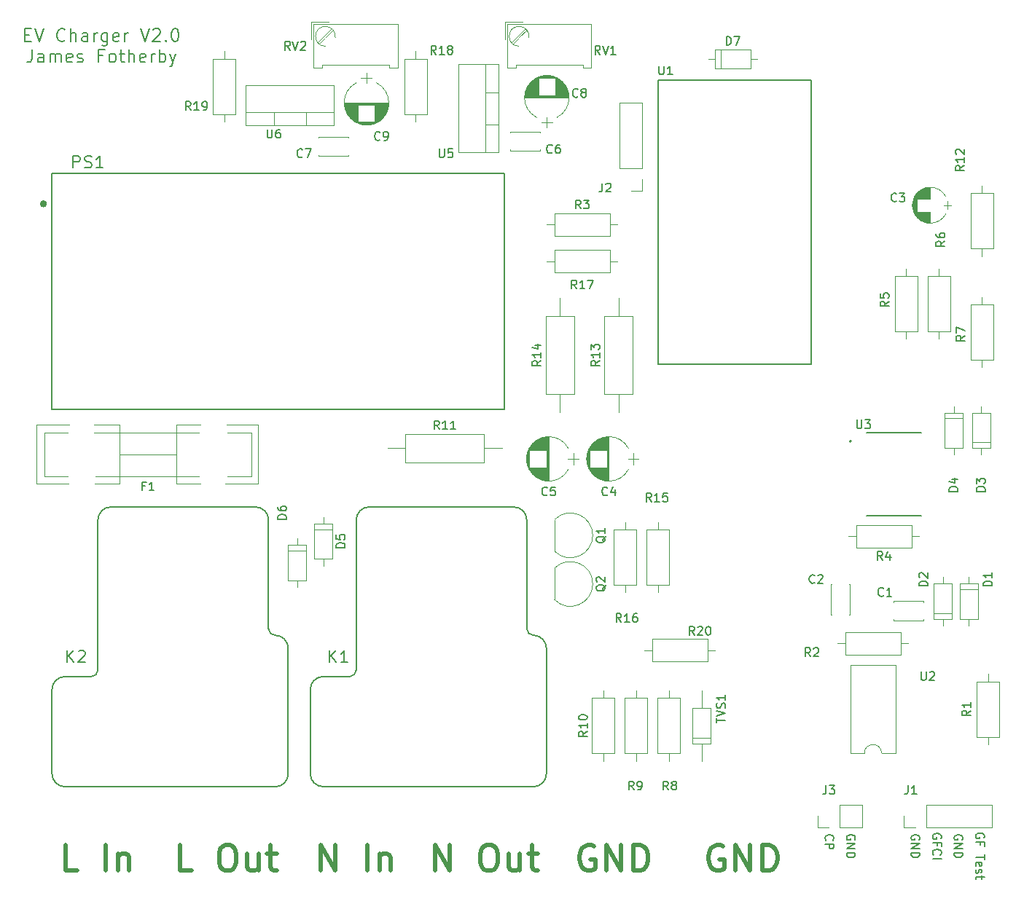
<source format=gbr>
%TF.GenerationSoftware,KiCad,Pcbnew,(5.1.10)-1*%
%TF.CreationDate,2022-04-20T23:12:05+01:00*%
%TF.ProjectId,EV_Charger2,45565f43-6861-4726-9765-72322e6b6963,rev?*%
%TF.SameCoordinates,Original*%
%TF.FileFunction,Legend,Top*%
%TF.FilePolarity,Positive*%
%FSLAX46Y46*%
G04 Gerber Fmt 4.6, Leading zero omitted, Abs format (unit mm)*
G04 Created by KiCad (PCBNEW (5.1.10)-1) date 2022-04-20 23:12:05*
%MOMM*%
%LPD*%
G01*
G04 APERTURE LIST*
%ADD10C,0.150000*%
%ADD11C,0.120000*%
%ADD12C,0.127000*%
%ADD13C,0.200000*%
%ADD14C,0.400000*%
%ADD15C,0.500000*%
G04 APERTURE END LIST*
D10*
X124607142Y-21192857D02*
X125107142Y-21192857D01*
X125321428Y-21978571D02*
X124607142Y-21978571D01*
X124607142Y-20478571D01*
X125321428Y-20478571D01*
X125750000Y-20478571D02*
X126250000Y-21978571D01*
X126750000Y-20478571D01*
X129250000Y-21835714D02*
X129178571Y-21907142D01*
X128964285Y-21978571D01*
X128821428Y-21978571D01*
X128607142Y-21907142D01*
X128464285Y-21764285D01*
X128392857Y-21621428D01*
X128321428Y-21335714D01*
X128321428Y-21121428D01*
X128392857Y-20835714D01*
X128464285Y-20692857D01*
X128607142Y-20550000D01*
X128821428Y-20478571D01*
X128964285Y-20478571D01*
X129178571Y-20550000D01*
X129250000Y-20621428D01*
X129892857Y-21978571D02*
X129892857Y-20478571D01*
X130535714Y-21978571D02*
X130535714Y-21192857D01*
X130464285Y-21050000D01*
X130321428Y-20978571D01*
X130107142Y-20978571D01*
X129964285Y-21050000D01*
X129892857Y-21121428D01*
X131892857Y-21978571D02*
X131892857Y-21192857D01*
X131821428Y-21050000D01*
X131678571Y-20978571D01*
X131392857Y-20978571D01*
X131250000Y-21050000D01*
X131892857Y-21907142D02*
X131750000Y-21978571D01*
X131392857Y-21978571D01*
X131250000Y-21907142D01*
X131178571Y-21764285D01*
X131178571Y-21621428D01*
X131250000Y-21478571D01*
X131392857Y-21407142D01*
X131750000Y-21407142D01*
X131892857Y-21335714D01*
X132607142Y-21978571D02*
X132607142Y-20978571D01*
X132607142Y-21264285D02*
X132678571Y-21121428D01*
X132750000Y-21050000D01*
X132892857Y-20978571D01*
X133035714Y-20978571D01*
X134178571Y-20978571D02*
X134178571Y-22192857D01*
X134107142Y-22335714D01*
X134035714Y-22407142D01*
X133892857Y-22478571D01*
X133678571Y-22478571D01*
X133535714Y-22407142D01*
X134178571Y-21907142D02*
X134035714Y-21978571D01*
X133750000Y-21978571D01*
X133607142Y-21907142D01*
X133535714Y-21835714D01*
X133464285Y-21692857D01*
X133464285Y-21264285D01*
X133535714Y-21121428D01*
X133607142Y-21050000D01*
X133750000Y-20978571D01*
X134035714Y-20978571D01*
X134178571Y-21050000D01*
X135464285Y-21907142D02*
X135321428Y-21978571D01*
X135035714Y-21978571D01*
X134892857Y-21907142D01*
X134821428Y-21764285D01*
X134821428Y-21192857D01*
X134892857Y-21050000D01*
X135035714Y-20978571D01*
X135321428Y-20978571D01*
X135464285Y-21050000D01*
X135535714Y-21192857D01*
X135535714Y-21335714D01*
X134821428Y-21478571D01*
X136178571Y-21978571D02*
X136178571Y-20978571D01*
X136178571Y-21264285D02*
X136250000Y-21121428D01*
X136321428Y-21050000D01*
X136464285Y-20978571D01*
X136607142Y-20978571D01*
X138035714Y-20478571D02*
X138535714Y-21978571D01*
X139035714Y-20478571D01*
X139464285Y-20621428D02*
X139535714Y-20550000D01*
X139678571Y-20478571D01*
X140035714Y-20478571D01*
X140178571Y-20550000D01*
X140250000Y-20621428D01*
X140321428Y-20764285D01*
X140321428Y-20907142D01*
X140250000Y-21121428D01*
X139392857Y-21978571D01*
X140321428Y-21978571D01*
X140964285Y-21835714D02*
X141035714Y-21907142D01*
X140964285Y-21978571D01*
X140892857Y-21907142D01*
X140964285Y-21835714D01*
X140964285Y-21978571D01*
X141964285Y-20478571D02*
X142107142Y-20478571D01*
X142250000Y-20550000D01*
X142321428Y-20621428D01*
X142392857Y-20764285D01*
X142464285Y-21050000D01*
X142464285Y-21407142D01*
X142392857Y-21692857D01*
X142321428Y-21835714D01*
X142250000Y-21907142D01*
X142107142Y-21978571D01*
X141964285Y-21978571D01*
X141821428Y-21907142D01*
X141750000Y-21835714D01*
X141678571Y-21692857D01*
X141607142Y-21407142D01*
X141607142Y-21050000D01*
X141678571Y-20764285D01*
X141750000Y-20621428D01*
X141821428Y-20550000D01*
X141964285Y-20478571D01*
X125428571Y-22878571D02*
X125428571Y-23950000D01*
X125357142Y-24164285D01*
X125214285Y-24307142D01*
X124999999Y-24378571D01*
X124857142Y-24378571D01*
X126785714Y-24378571D02*
X126785714Y-23592857D01*
X126714285Y-23450000D01*
X126571428Y-23378571D01*
X126285714Y-23378571D01*
X126142857Y-23450000D01*
X126785714Y-24307142D02*
X126642857Y-24378571D01*
X126285714Y-24378571D01*
X126142857Y-24307142D01*
X126071428Y-24164285D01*
X126071428Y-24021428D01*
X126142857Y-23878571D01*
X126285714Y-23807142D01*
X126642857Y-23807142D01*
X126785714Y-23735714D01*
X127499999Y-24378571D02*
X127499999Y-23378571D01*
X127499999Y-23521428D02*
X127571428Y-23450000D01*
X127714285Y-23378571D01*
X127928571Y-23378571D01*
X128071428Y-23450000D01*
X128142857Y-23592857D01*
X128142857Y-24378571D01*
X128142857Y-23592857D02*
X128214285Y-23450000D01*
X128357142Y-23378571D01*
X128571428Y-23378571D01*
X128714285Y-23450000D01*
X128785714Y-23592857D01*
X128785714Y-24378571D01*
X130071428Y-24307142D02*
X129928571Y-24378571D01*
X129642857Y-24378571D01*
X129499999Y-24307142D01*
X129428571Y-24164285D01*
X129428571Y-23592857D01*
X129499999Y-23450000D01*
X129642857Y-23378571D01*
X129928571Y-23378571D01*
X130071428Y-23450000D01*
X130142857Y-23592857D01*
X130142857Y-23735714D01*
X129428571Y-23878571D01*
X130714285Y-24307142D02*
X130857142Y-24378571D01*
X131142857Y-24378571D01*
X131285714Y-24307142D01*
X131357142Y-24164285D01*
X131357142Y-24092857D01*
X131285714Y-23950000D01*
X131142857Y-23878571D01*
X130928571Y-23878571D01*
X130785714Y-23807142D01*
X130714285Y-23664285D01*
X130714285Y-23592857D01*
X130785714Y-23450000D01*
X130928571Y-23378571D01*
X131142857Y-23378571D01*
X131285714Y-23450000D01*
X133642857Y-23592857D02*
X133142857Y-23592857D01*
X133142857Y-24378571D02*
X133142857Y-22878571D01*
X133857142Y-22878571D01*
X134642857Y-24378571D02*
X134500000Y-24307142D01*
X134428571Y-24235714D01*
X134357142Y-24092857D01*
X134357142Y-23664285D01*
X134428571Y-23521428D01*
X134500000Y-23450000D01*
X134642857Y-23378571D01*
X134857142Y-23378571D01*
X135000000Y-23450000D01*
X135071428Y-23521428D01*
X135142857Y-23664285D01*
X135142857Y-24092857D01*
X135071428Y-24235714D01*
X135000000Y-24307142D01*
X134857142Y-24378571D01*
X134642857Y-24378571D01*
X135571428Y-23378571D02*
X136142857Y-23378571D01*
X135785714Y-22878571D02*
X135785714Y-24164285D01*
X135857142Y-24307142D01*
X136000000Y-24378571D01*
X136142857Y-24378571D01*
X136642857Y-24378571D02*
X136642857Y-22878571D01*
X137285714Y-24378571D02*
X137285714Y-23592857D01*
X137214285Y-23450000D01*
X137071428Y-23378571D01*
X136857142Y-23378571D01*
X136714285Y-23450000D01*
X136642857Y-23521428D01*
X138571428Y-24307142D02*
X138428571Y-24378571D01*
X138142857Y-24378571D01*
X138000000Y-24307142D01*
X137928571Y-24164285D01*
X137928571Y-23592857D01*
X138000000Y-23450000D01*
X138142857Y-23378571D01*
X138428571Y-23378571D01*
X138571428Y-23450000D01*
X138642857Y-23592857D01*
X138642857Y-23735714D01*
X137928571Y-23878571D01*
X139285714Y-24378571D02*
X139285714Y-23378571D01*
X139285714Y-23664285D02*
X139357142Y-23521428D01*
X139428571Y-23450000D01*
X139571428Y-23378571D01*
X139714285Y-23378571D01*
X140214285Y-24378571D02*
X140214285Y-22878571D01*
X140214285Y-23450000D02*
X140357142Y-23378571D01*
X140642857Y-23378571D01*
X140785714Y-23450000D01*
X140857142Y-23521428D01*
X140928571Y-23664285D01*
X140928571Y-24092857D01*
X140857142Y-24235714D01*
X140785714Y-24307142D01*
X140642857Y-24378571D01*
X140357142Y-24378571D01*
X140214285Y-24307142D01*
X141428571Y-23378571D02*
X141785714Y-24378571D01*
X142142857Y-23378571D02*
X141785714Y-24378571D01*
X141642857Y-24735714D01*
X141571428Y-24807142D01*
X141428571Y-24878571D01*
X236000000Y-114545357D02*
X236047619Y-114450119D01*
X236047619Y-114307261D01*
X236000000Y-114164404D01*
X235904761Y-114069166D01*
X235809523Y-114021547D01*
X235619047Y-113973928D01*
X235476190Y-113973928D01*
X235285714Y-114021547D01*
X235190476Y-114069166D01*
X235095238Y-114164404D01*
X235047619Y-114307261D01*
X235047619Y-114402500D01*
X235095238Y-114545357D01*
X235142857Y-114592976D01*
X235476190Y-114592976D01*
X235476190Y-114402500D01*
X235571428Y-115354880D02*
X235571428Y-115021547D01*
X235047619Y-115021547D02*
X236047619Y-115021547D01*
X236047619Y-115497738D01*
X236047619Y-116497738D02*
X236047619Y-117069166D01*
X235047619Y-116783452D02*
X236047619Y-116783452D01*
X235095238Y-117783452D02*
X235047619Y-117688214D01*
X235047619Y-117497738D01*
X235095238Y-117402500D01*
X235190476Y-117354880D01*
X235571428Y-117354880D01*
X235666666Y-117402500D01*
X235714285Y-117497738D01*
X235714285Y-117688214D01*
X235666666Y-117783452D01*
X235571428Y-117831071D01*
X235476190Y-117831071D01*
X235380952Y-117354880D01*
X235095238Y-118212023D02*
X235047619Y-118307261D01*
X235047619Y-118497738D01*
X235095238Y-118592976D01*
X235190476Y-118640595D01*
X235238095Y-118640595D01*
X235333333Y-118592976D01*
X235380952Y-118497738D01*
X235380952Y-118354880D01*
X235428571Y-118259642D01*
X235523809Y-118212023D01*
X235571428Y-118212023D01*
X235666666Y-118259642D01*
X235714285Y-118354880D01*
X235714285Y-118497738D01*
X235666666Y-118592976D01*
X235714285Y-118926309D02*
X235714285Y-119307261D01*
X236047619Y-119069166D02*
X235190476Y-119069166D01*
X235095238Y-119116785D01*
X235047619Y-119212023D01*
X235047619Y-119307261D01*
X231000000Y-114595238D02*
X231047619Y-114500000D01*
X231047619Y-114357142D01*
X231000000Y-114214285D01*
X230904761Y-114119047D01*
X230809523Y-114071428D01*
X230619047Y-114023809D01*
X230476190Y-114023809D01*
X230285714Y-114071428D01*
X230190476Y-114119047D01*
X230095238Y-114214285D01*
X230047619Y-114357142D01*
X230047619Y-114452380D01*
X230095238Y-114595238D01*
X230142857Y-114642857D01*
X230476190Y-114642857D01*
X230476190Y-114452380D01*
X230571428Y-115404761D02*
X230571428Y-115071428D01*
X230047619Y-115071428D02*
X231047619Y-115071428D01*
X231047619Y-115547619D01*
X230142857Y-116500000D02*
X230095238Y-116452380D01*
X230047619Y-116309523D01*
X230047619Y-116214285D01*
X230095238Y-116071428D01*
X230190476Y-115976190D01*
X230285714Y-115928571D01*
X230476190Y-115880952D01*
X230619047Y-115880952D01*
X230809523Y-115928571D01*
X230904761Y-115976190D01*
X231000000Y-116071428D01*
X231047619Y-116214285D01*
X231047619Y-116309523D01*
X231000000Y-116452380D01*
X230952380Y-116500000D01*
X230047619Y-116928571D02*
X231047619Y-116928571D01*
X233500000Y-114738095D02*
X233547619Y-114642857D01*
X233547619Y-114500000D01*
X233500000Y-114357142D01*
X233404761Y-114261904D01*
X233309523Y-114214285D01*
X233119047Y-114166666D01*
X232976190Y-114166666D01*
X232785714Y-114214285D01*
X232690476Y-114261904D01*
X232595238Y-114357142D01*
X232547619Y-114500000D01*
X232547619Y-114595238D01*
X232595238Y-114738095D01*
X232642857Y-114785714D01*
X232976190Y-114785714D01*
X232976190Y-114595238D01*
X232547619Y-115214285D02*
X233547619Y-115214285D01*
X232547619Y-115785714D01*
X233547619Y-115785714D01*
X232547619Y-116261904D02*
X233547619Y-116261904D01*
X233547619Y-116500000D01*
X233500000Y-116642857D01*
X233404761Y-116738095D01*
X233309523Y-116785714D01*
X233119047Y-116833333D01*
X232976190Y-116833333D01*
X232785714Y-116785714D01*
X232690476Y-116738095D01*
X232595238Y-116642857D01*
X232547619Y-116500000D01*
X232547619Y-116261904D01*
X228500000Y-114738095D02*
X228547619Y-114642857D01*
X228547619Y-114500000D01*
X228500000Y-114357142D01*
X228404761Y-114261904D01*
X228309523Y-114214285D01*
X228119047Y-114166666D01*
X227976190Y-114166666D01*
X227785714Y-114214285D01*
X227690476Y-114261904D01*
X227595238Y-114357142D01*
X227547619Y-114500000D01*
X227547619Y-114595238D01*
X227595238Y-114738095D01*
X227642857Y-114785714D01*
X227976190Y-114785714D01*
X227976190Y-114595238D01*
X227547619Y-115214285D02*
X228547619Y-115214285D01*
X227547619Y-115785714D01*
X228547619Y-115785714D01*
X227547619Y-116261904D02*
X228547619Y-116261904D01*
X228547619Y-116500000D01*
X228500000Y-116642857D01*
X228404761Y-116738095D01*
X228309523Y-116785714D01*
X228119047Y-116833333D01*
X227976190Y-116833333D01*
X227785714Y-116785714D01*
X227690476Y-116738095D01*
X227595238Y-116642857D01*
X227547619Y-116500000D01*
X227547619Y-116261904D01*
X221000000Y-114738095D02*
X221047619Y-114642857D01*
X221047619Y-114500000D01*
X221000000Y-114357142D01*
X220904761Y-114261904D01*
X220809523Y-114214285D01*
X220619047Y-114166666D01*
X220476190Y-114166666D01*
X220285714Y-114214285D01*
X220190476Y-114261904D01*
X220095238Y-114357142D01*
X220047619Y-114500000D01*
X220047619Y-114595238D01*
X220095238Y-114738095D01*
X220142857Y-114785714D01*
X220476190Y-114785714D01*
X220476190Y-114595238D01*
X220047619Y-115214285D02*
X221047619Y-115214285D01*
X220047619Y-115785714D01*
X221047619Y-115785714D01*
X220047619Y-116261904D02*
X221047619Y-116261904D01*
X221047619Y-116500000D01*
X221000000Y-116642857D01*
X220904761Y-116738095D01*
X220809523Y-116785714D01*
X220619047Y-116833333D01*
X220476190Y-116833333D01*
X220285714Y-116785714D01*
X220190476Y-116738095D01*
X220095238Y-116642857D01*
X220047619Y-116500000D01*
X220047619Y-116261904D01*
X217642857Y-114809523D02*
X217595238Y-114761904D01*
X217547619Y-114619047D01*
X217547619Y-114523809D01*
X217595238Y-114380952D01*
X217690476Y-114285714D01*
X217785714Y-114238095D01*
X217976190Y-114190476D01*
X218119047Y-114190476D01*
X218309523Y-114238095D01*
X218404761Y-114285714D01*
X218500000Y-114380952D01*
X218547619Y-114523809D01*
X218547619Y-114619047D01*
X218500000Y-114761904D01*
X218452380Y-114809523D01*
X217547619Y-115238095D02*
X218547619Y-115238095D01*
X218547619Y-115619047D01*
X218500000Y-115714285D01*
X218452380Y-115761904D01*
X218357142Y-115809523D01*
X218214285Y-115809523D01*
X218119047Y-115761904D01*
X218071428Y-115714285D01*
X218023809Y-115619047D01*
X218023809Y-115238095D01*
D11*
%TO.C,D7*%
X205410000Y-22940000D02*
X205410000Y-25060000D01*
X209640000Y-24000000D02*
X208870000Y-24000000D01*
X203980000Y-24000000D02*
X204750000Y-24000000D01*
X208870000Y-22940000D02*
X204750000Y-22940000D01*
X208870000Y-25060000D02*
X208870000Y-22940000D01*
X204750000Y-25060000D02*
X208870000Y-25060000D01*
X204750000Y-22940000D02*
X204750000Y-25060000D01*
%TO.C,R12*%
X237060000Y-39620000D02*
X234440000Y-39620000D01*
X234440000Y-39620000D02*
X234440000Y-46040000D01*
X234440000Y-46040000D02*
X237060000Y-46040000D01*
X237060000Y-46040000D02*
X237060000Y-39620000D01*
X235750000Y-38730000D02*
X235750000Y-39620000D01*
X235750000Y-46930000D02*
X235750000Y-46040000D01*
%TO.C,R11*%
X168810000Y-67590000D02*
X168810000Y-70910000D01*
X168810000Y-70910000D02*
X177930000Y-70910000D01*
X177930000Y-70910000D02*
X177930000Y-67590000D01*
X177930000Y-67590000D02*
X168810000Y-67590000D01*
X166730000Y-69250000D02*
X168810000Y-69250000D01*
X180010000Y-69250000D02*
X177930000Y-69250000D01*
D12*
%TO.C,K1*%
X164577420Y-76079100D02*
X181389180Y-76079100D01*
X157745000Y-107089000D02*
X157745000Y-97289220D01*
X163077300Y-95027100D02*
X163077300Y-77579200D01*
X183651300Y-90989100D02*
X183675200Y-90989100D01*
X159245400Y-95789100D02*
X162315300Y-95789100D01*
X182889300Y-77579200D02*
X182889300Y-90227100D01*
X185175000Y-92489220D02*
X185175000Y-107089000D01*
X183675200Y-108589100D02*
X159245400Y-108589100D01*
X183651300Y-90989100D02*
G75*
G02*
X182889300Y-90227100I0J762000D01*
G01*
X163077300Y-95027100D02*
G75*
G02*
X162315300Y-95789100I-762000J0D01*
G01*
X181389179Y-76079100D02*
G75*
G02*
X182889300Y-77579200I8J-1500113D01*
G01*
X183675199Y-90989100D02*
G75*
G02*
X185175300Y-92489220I-12J-1500113D01*
G01*
X185175000Y-107088999D02*
G75*
G02*
X183675200Y-108589100I-1499953J-148D01*
G01*
X159245401Y-108589100D02*
G75*
G02*
X157745300Y-107089000I2J1500103D01*
G01*
X157745000Y-97289221D02*
G75*
G02*
X159245400Y-95789094I1500266J-139D01*
G01*
X163077300Y-77579201D02*
G75*
G02*
X164577420Y-76079100I1500113J-12D01*
G01*
D11*
%TO.C,R14*%
X185090000Y-62980000D02*
X188410000Y-62980000D01*
X188410000Y-62980000D02*
X188410000Y-53860000D01*
X188410000Y-53860000D02*
X185090000Y-53860000D01*
X185090000Y-53860000D02*
X185090000Y-62980000D01*
X186750000Y-65060000D02*
X186750000Y-62980000D01*
X186750000Y-51780000D02*
X186750000Y-53860000D01*
%TO.C,R13*%
X191888000Y-62980000D02*
X195208000Y-62980000D01*
X195208000Y-62980000D02*
X195208000Y-53860000D01*
X195208000Y-53860000D02*
X191888000Y-53860000D01*
X191888000Y-53860000D02*
X191888000Y-62980000D01*
X193548000Y-65060000D02*
X193548000Y-62980000D01*
X193548000Y-51780000D02*
X193548000Y-53860000D01*
%TO.C,Q2*%
X186110000Y-83220000D02*
X186110000Y-86820000D01*
X186121522Y-83181522D02*
G75*
G02*
X190560000Y-85020000I1838478J-1838478D01*
G01*
X186121522Y-86858478D02*
G75*
G03*
X190560000Y-85020000I1838478J1838478D01*
G01*
%TO.C,R17*%
X193430000Y-47500000D02*
X192540000Y-47500000D01*
X185230000Y-47500000D02*
X186120000Y-47500000D01*
X192540000Y-46190000D02*
X186120000Y-46190000D01*
X192540000Y-48810000D02*
X192540000Y-46190000D01*
X186120000Y-48810000D02*
X192540000Y-48810000D01*
X186120000Y-46190000D02*
X186120000Y-48810000D01*
%TO.C,R3*%
X193430000Y-43250000D02*
X192540000Y-43250000D01*
X185230000Y-43250000D02*
X186120000Y-43250000D01*
X192540000Y-41940000D02*
X186120000Y-41940000D01*
X192540000Y-44560000D02*
X192540000Y-41940000D01*
X186120000Y-44560000D02*
X192540000Y-44560000D01*
X186120000Y-41940000D02*
X186120000Y-44560000D01*
%TO.C,RV2*%
X157875000Y-19720000D02*
X159875000Y-19720000D01*
X157875000Y-21720000D02*
X157875000Y-19720000D01*
X159502000Y-21502000D02*
X160381000Y-20625000D01*
X158769000Y-22235000D02*
X159462000Y-21543000D01*
X158629000Y-22094000D02*
X160240000Y-20484000D01*
X167885000Y-19960000D02*
X158115000Y-19960000D01*
X167885000Y-25030000D02*
X167885000Y-19960000D01*
X166895000Y-25030000D02*
X167885000Y-25030000D01*
X166895000Y-24650000D02*
X166895000Y-25030000D01*
X159105000Y-24650000D02*
X166895000Y-24650000D01*
X159105000Y-25030000D02*
X159105000Y-24650000D01*
X158115000Y-25030000D02*
X159105000Y-25030000D01*
X158115000Y-19960000D02*
X158115000Y-25030000D01*
X159484842Y-22514824D02*
G75*
G02*
X159505000Y-20205000I20158J1154824D01*
G01*
X159484226Y-20206043D02*
G75*
G02*
X160648000Y-21520000I20774J-1153957D01*
G01*
%TO.C,RV1*%
X180375000Y-19720000D02*
X182375000Y-19720000D01*
X180375000Y-21720000D02*
X180375000Y-19720000D01*
X182002000Y-21502000D02*
X182881000Y-20625000D01*
X181269000Y-22235000D02*
X181962000Y-21543000D01*
X181129000Y-22094000D02*
X182740000Y-20484000D01*
X190385000Y-19960000D02*
X180615000Y-19960000D01*
X190385000Y-25030000D02*
X190385000Y-19960000D01*
X189395000Y-25030000D02*
X190385000Y-25030000D01*
X189395000Y-24650000D02*
X189395000Y-25030000D01*
X181605000Y-24650000D02*
X189395000Y-24650000D01*
X181605000Y-25030000D02*
X181605000Y-24650000D01*
X180615000Y-25030000D02*
X181605000Y-25030000D01*
X180615000Y-19960000D02*
X180615000Y-25030000D01*
X181984842Y-22514824D02*
G75*
G02*
X182005000Y-20205000I20158J1154824D01*
G01*
X181984226Y-20206043D02*
G75*
G02*
X183148000Y-21520000I20774J-1153957D01*
G01*
%TO.C,F1*%
X135620000Y-67420000D02*
X135620000Y-69960000D01*
X126860000Y-72500000D02*
X126860000Y-67420000D01*
X135620000Y-69960000D02*
X135620000Y-72500000D01*
X142180000Y-67420000D02*
X142180000Y-69960000D01*
X150940000Y-72500000D02*
X150940000Y-67420000D01*
X142180000Y-69960000D02*
X142180000Y-72500000D01*
X144680000Y-72500000D02*
X133120000Y-72500000D01*
X133120000Y-67420000D02*
X144810000Y-67420000D01*
X142180000Y-73390000D02*
X142180000Y-72370000D01*
X142180000Y-66530000D02*
X142180000Y-67420000D01*
X151710000Y-73390000D02*
X151710000Y-66530000D01*
X135620000Y-73390000D02*
X135620000Y-72500000D01*
X135620000Y-66530000D02*
X135620000Y-67420000D01*
X125970000Y-73390000D02*
X125970000Y-66530000D01*
X150940000Y-72500000D02*
X148150000Y-72500000D01*
X142180000Y-72500000D02*
X144850000Y-72500000D01*
X142180000Y-73390000D02*
X144980000Y-73390000D01*
X151710000Y-73390000D02*
X147900000Y-73390000D01*
X150940000Y-67420000D02*
X148150000Y-67420000D01*
X144720000Y-67420000D02*
X142180000Y-67420000D01*
X144720000Y-67420000D02*
X144850000Y-67420000D01*
X142180000Y-66530000D02*
X144980000Y-66530000D01*
X151710000Y-66530000D02*
X148020000Y-66530000D01*
X135620000Y-73390000D02*
X132700000Y-73390000D01*
X125970000Y-73390000D02*
X129650000Y-73390000D01*
X126860000Y-72500000D02*
X129530000Y-72500000D01*
X135620000Y-72500000D02*
X132830000Y-72500000D01*
X126860000Y-67420000D02*
X129530000Y-67420000D01*
X133120000Y-67420000D02*
X132580000Y-67420000D01*
X135620000Y-66530000D02*
X132580000Y-66530000D01*
X125970000Y-66530000D02*
X129780000Y-66530000D01*
X135590000Y-69960000D02*
X142090000Y-69960000D01*
D13*
%TO.C,U3*%
X220585000Y-68445000D02*
G75*
G03*
X220585000Y-68445000I-100000J0D01*
G01*
D12*
X222345000Y-67460000D02*
X228695000Y-67460000D01*
X222345000Y-77050000D02*
X228695000Y-77050000D01*
D11*
%TO.C,J3*%
X216670000Y-113330000D02*
X216670000Y-112000000D01*
X218000000Y-113330000D02*
X216670000Y-113330000D01*
X219270000Y-110670000D02*
X219270000Y-113330000D01*
X221870000Y-110670000D02*
X219270000Y-110670000D01*
X221870000Y-113330000D02*
X221870000Y-110670000D01*
X219270000Y-113330000D02*
X221870000Y-113330000D01*
%TO.C,R20*%
X197450000Y-91400000D02*
X197450000Y-94020000D01*
X197450000Y-94020000D02*
X203870000Y-94020000D01*
X203870000Y-94020000D02*
X203870000Y-91400000D01*
X203870000Y-91400000D02*
X197450000Y-91400000D01*
X196560000Y-92710000D02*
X197450000Y-92710000D01*
X204760000Y-92710000D02*
X203870000Y-92710000D01*
%TO.C,R19*%
X149065000Y-23985000D02*
X146445000Y-23985000D01*
X146445000Y-23985000D02*
X146445000Y-30405000D01*
X146445000Y-30405000D02*
X149065000Y-30405000D01*
X149065000Y-30405000D02*
X149065000Y-23985000D01*
X147755000Y-23095000D02*
X147755000Y-23985000D01*
X147755000Y-31295000D02*
X147755000Y-30405000D01*
%TO.C,R18*%
X171290000Y-23985000D02*
X168670000Y-23985000D01*
X168670000Y-23985000D02*
X168670000Y-30405000D01*
X168670000Y-30405000D02*
X171290000Y-30405000D01*
X171290000Y-30405000D02*
X171290000Y-23985000D01*
X169980000Y-23095000D02*
X169980000Y-23985000D01*
X169980000Y-31295000D02*
X169980000Y-30405000D01*
%TO.C,J2*%
X196330000Y-29050000D02*
X193670000Y-29050000D01*
X196330000Y-36730000D02*
X196330000Y-29050000D01*
X193670000Y-36730000D02*
X193670000Y-29050000D01*
X196330000Y-36730000D02*
X193670000Y-36730000D01*
X196330000Y-38000000D02*
X196330000Y-39330000D01*
X196330000Y-39330000D02*
X195000000Y-39330000D01*
%TO.C,C9*%
X166815000Y-29080000D02*
X161715000Y-29080000D01*
X166815000Y-29120000D02*
X161715000Y-29120000D01*
X166814000Y-29160000D02*
X161716000Y-29160000D01*
X166813000Y-29200000D02*
X161717000Y-29200000D01*
X166811000Y-29240000D02*
X161719000Y-29240000D01*
X166808000Y-29280000D02*
X161722000Y-29280000D01*
X166804000Y-29320000D02*
X161726000Y-29320000D01*
X166800000Y-29360000D02*
X165245000Y-29360000D01*
X163285000Y-29360000D02*
X161730000Y-29360000D01*
X166796000Y-29400000D02*
X165245000Y-29400000D01*
X163285000Y-29400000D02*
X161734000Y-29400000D01*
X166790000Y-29440000D02*
X165245000Y-29440000D01*
X163285000Y-29440000D02*
X161740000Y-29440000D01*
X166784000Y-29480000D02*
X165245000Y-29480000D01*
X163285000Y-29480000D02*
X161746000Y-29480000D01*
X166778000Y-29520000D02*
X165245000Y-29520000D01*
X163285000Y-29520000D02*
X161752000Y-29520000D01*
X166771000Y-29560000D02*
X165245000Y-29560000D01*
X163285000Y-29560000D02*
X161759000Y-29560000D01*
X166763000Y-29600000D02*
X165245000Y-29600000D01*
X163285000Y-29600000D02*
X161767000Y-29600000D01*
X166754000Y-29640000D02*
X165245000Y-29640000D01*
X163285000Y-29640000D02*
X161776000Y-29640000D01*
X166745000Y-29680000D02*
X165245000Y-29680000D01*
X163285000Y-29680000D02*
X161785000Y-29680000D01*
X166735000Y-29720000D02*
X165245000Y-29720000D01*
X163285000Y-29720000D02*
X161795000Y-29720000D01*
X166725000Y-29760000D02*
X165245000Y-29760000D01*
X163285000Y-29760000D02*
X161805000Y-29760000D01*
X166713000Y-29801000D02*
X165245000Y-29801000D01*
X163285000Y-29801000D02*
X161817000Y-29801000D01*
X166701000Y-29841000D02*
X165245000Y-29841000D01*
X163285000Y-29841000D02*
X161829000Y-29841000D01*
X166689000Y-29881000D02*
X165245000Y-29881000D01*
X163285000Y-29881000D02*
X161841000Y-29881000D01*
X166675000Y-29921000D02*
X165245000Y-29921000D01*
X163285000Y-29921000D02*
X161855000Y-29921000D01*
X166661000Y-29961000D02*
X165245000Y-29961000D01*
X163285000Y-29961000D02*
X161869000Y-29961000D01*
X166647000Y-30001000D02*
X165245000Y-30001000D01*
X163285000Y-30001000D02*
X161883000Y-30001000D01*
X166631000Y-30041000D02*
X165245000Y-30041000D01*
X163285000Y-30041000D02*
X161899000Y-30041000D01*
X166615000Y-30081000D02*
X165245000Y-30081000D01*
X163285000Y-30081000D02*
X161915000Y-30081000D01*
X166598000Y-30121000D02*
X165245000Y-30121000D01*
X163285000Y-30121000D02*
X161932000Y-30121000D01*
X166580000Y-30161000D02*
X165245000Y-30161000D01*
X163285000Y-30161000D02*
X161950000Y-30161000D01*
X166561000Y-30201000D02*
X165245000Y-30201000D01*
X163285000Y-30201000D02*
X161969000Y-30201000D01*
X166541000Y-30241000D02*
X165245000Y-30241000D01*
X163285000Y-30241000D02*
X161989000Y-30241000D01*
X166521000Y-30281000D02*
X165245000Y-30281000D01*
X163285000Y-30281000D02*
X162009000Y-30281000D01*
X166499000Y-30321000D02*
X165245000Y-30321000D01*
X163285000Y-30321000D02*
X162031000Y-30321000D01*
X166477000Y-30361000D02*
X165245000Y-30361000D01*
X163285000Y-30361000D02*
X162053000Y-30361000D01*
X166454000Y-30401000D02*
X165245000Y-30401000D01*
X163285000Y-30401000D02*
X162076000Y-30401000D01*
X166430000Y-30441000D02*
X165245000Y-30441000D01*
X163285000Y-30441000D02*
X162100000Y-30441000D01*
X166405000Y-30481000D02*
X165245000Y-30481000D01*
X163285000Y-30481000D02*
X162125000Y-30481000D01*
X166378000Y-30521000D02*
X165245000Y-30521000D01*
X163285000Y-30521000D02*
X162152000Y-30521000D01*
X166351000Y-30561000D02*
X165245000Y-30561000D01*
X163285000Y-30561000D02*
X162179000Y-30561000D01*
X166323000Y-30601000D02*
X165245000Y-30601000D01*
X163285000Y-30601000D02*
X162207000Y-30601000D01*
X166293000Y-30641000D02*
X165245000Y-30641000D01*
X163285000Y-30641000D02*
X162237000Y-30641000D01*
X166262000Y-30681000D02*
X165245000Y-30681000D01*
X163285000Y-30681000D02*
X162268000Y-30681000D01*
X166230000Y-30721000D02*
X165245000Y-30721000D01*
X163285000Y-30721000D02*
X162300000Y-30721000D01*
X166197000Y-30761000D02*
X165245000Y-30761000D01*
X163285000Y-30761000D02*
X162333000Y-30761000D01*
X166162000Y-30801000D02*
X165245000Y-30801000D01*
X163285000Y-30801000D02*
X162368000Y-30801000D01*
X166126000Y-30841000D02*
X165245000Y-30841000D01*
X163285000Y-30841000D02*
X162404000Y-30841000D01*
X166088000Y-30881000D02*
X165245000Y-30881000D01*
X163285000Y-30881000D02*
X162442000Y-30881000D01*
X166048000Y-30921000D02*
X165245000Y-30921000D01*
X163285000Y-30921000D02*
X162482000Y-30921000D01*
X166007000Y-30961000D02*
X165245000Y-30961000D01*
X163285000Y-30961000D02*
X162523000Y-30961000D01*
X165964000Y-31001000D02*
X165245000Y-31001000D01*
X163285000Y-31001000D02*
X162566000Y-31001000D01*
X165919000Y-31041000D02*
X165245000Y-31041000D01*
X163285000Y-31041000D02*
X162611000Y-31041000D01*
X165871000Y-31081000D02*
X165245000Y-31081000D01*
X163285000Y-31081000D02*
X162659000Y-31081000D01*
X165821000Y-31121000D02*
X165245000Y-31121000D01*
X163285000Y-31121000D02*
X162709000Y-31121000D01*
X165769000Y-31161000D02*
X165245000Y-31161000D01*
X163285000Y-31161000D02*
X162761000Y-31161000D01*
X165713000Y-31201000D02*
X165245000Y-31201000D01*
X163285000Y-31201000D02*
X162817000Y-31201000D01*
X165655000Y-31241000D02*
X165245000Y-31241000D01*
X163285000Y-31241000D02*
X162875000Y-31241000D01*
X165592000Y-31281000D02*
X165245000Y-31281000D01*
X163285000Y-31281000D02*
X162938000Y-31281000D01*
X165526000Y-31321000D02*
X163004000Y-31321000D01*
X165454000Y-31361000D02*
X163076000Y-31361000D01*
X165377000Y-31401000D02*
X163153000Y-31401000D01*
X165293000Y-31441000D02*
X163237000Y-31441000D01*
X165199000Y-31481000D02*
X163331000Y-31481000D01*
X165094000Y-31521000D02*
X163436000Y-31521000D01*
X164972000Y-31561000D02*
X163558000Y-31561000D01*
X164824000Y-31601000D02*
X163706000Y-31601000D01*
X164619000Y-31641000D02*
X163911000Y-31641000D01*
X164265000Y-25630000D02*
X164265000Y-26830000D01*
X164915000Y-26230000D02*
X163615000Y-26230000D01*
X165444723Y-31385722D02*
G75*
G03*
X165445000Y-26774420I-1179723J2305722D01*
G01*
X163085277Y-31385722D02*
G75*
G02*
X163085000Y-26774420I1179723J2305722D01*
G01*
X163085277Y-31385722D02*
G75*
G03*
X165445000Y-31385580I1179723J2305722D01*
G01*
%TO.C,C8*%
X182670000Y-28485000D02*
X187770000Y-28485000D01*
X182670000Y-28445000D02*
X187770000Y-28445000D01*
X182671000Y-28405000D02*
X187769000Y-28405000D01*
X182672000Y-28365000D02*
X187768000Y-28365000D01*
X182674000Y-28325000D02*
X187766000Y-28325000D01*
X182677000Y-28285000D02*
X187763000Y-28285000D01*
X182681000Y-28245000D02*
X187759000Y-28245000D01*
X182685000Y-28205000D02*
X184240000Y-28205000D01*
X186200000Y-28205000D02*
X187755000Y-28205000D01*
X182689000Y-28165000D02*
X184240000Y-28165000D01*
X186200000Y-28165000D02*
X187751000Y-28165000D01*
X182695000Y-28125000D02*
X184240000Y-28125000D01*
X186200000Y-28125000D02*
X187745000Y-28125000D01*
X182701000Y-28085000D02*
X184240000Y-28085000D01*
X186200000Y-28085000D02*
X187739000Y-28085000D01*
X182707000Y-28045000D02*
X184240000Y-28045000D01*
X186200000Y-28045000D02*
X187733000Y-28045000D01*
X182714000Y-28005000D02*
X184240000Y-28005000D01*
X186200000Y-28005000D02*
X187726000Y-28005000D01*
X182722000Y-27965000D02*
X184240000Y-27965000D01*
X186200000Y-27965000D02*
X187718000Y-27965000D01*
X182731000Y-27925000D02*
X184240000Y-27925000D01*
X186200000Y-27925000D02*
X187709000Y-27925000D01*
X182740000Y-27885000D02*
X184240000Y-27885000D01*
X186200000Y-27885000D02*
X187700000Y-27885000D01*
X182750000Y-27845000D02*
X184240000Y-27845000D01*
X186200000Y-27845000D02*
X187690000Y-27845000D01*
X182760000Y-27805000D02*
X184240000Y-27805000D01*
X186200000Y-27805000D02*
X187680000Y-27805000D01*
X182772000Y-27764000D02*
X184240000Y-27764000D01*
X186200000Y-27764000D02*
X187668000Y-27764000D01*
X182784000Y-27724000D02*
X184240000Y-27724000D01*
X186200000Y-27724000D02*
X187656000Y-27724000D01*
X182796000Y-27684000D02*
X184240000Y-27684000D01*
X186200000Y-27684000D02*
X187644000Y-27684000D01*
X182810000Y-27644000D02*
X184240000Y-27644000D01*
X186200000Y-27644000D02*
X187630000Y-27644000D01*
X182824000Y-27604000D02*
X184240000Y-27604000D01*
X186200000Y-27604000D02*
X187616000Y-27604000D01*
X182838000Y-27564000D02*
X184240000Y-27564000D01*
X186200000Y-27564000D02*
X187602000Y-27564000D01*
X182854000Y-27524000D02*
X184240000Y-27524000D01*
X186200000Y-27524000D02*
X187586000Y-27524000D01*
X182870000Y-27484000D02*
X184240000Y-27484000D01*
X186200000Y-27484000D02*
X187570000Y-27484000D01*
X182887000Y-27444000D02*
X184240000Y-27444000D01*
X186200000Y-27444000D02*
X187553000Y-27444000D01*
X182905000Y-27404000D02*
X184240000Y-27404000D01*
X186200000Y-27404000D02*
X187535000Y-27404000D01*
X182924000Y-27364000D02*
X184240000Y-27364000D01*
X186200000Y-27364000D02*
X187516000Y-27364000D01*
X182944000Y-27324000D02*
X184240000Y-27324000D01*
X186200000Y-27324000D02*
X187496000Y-27324000D01*
X182964000Y-27284000D02*
X184240000Y-27284000D01*
X186200000Y-27284000D02*
X187476000Y-27284000D01*
X182986000Y-27244000D02*
X184240000Y-27244000D01*
X186200000Y-27244000D02*
X187454000Y-27244000D01*
X183008000Y-27204000D02*
X184240000Y-27204000D01*
X186200000Y-27204000D02*
X187432000Y-27204000D01*
X183031000Y-27164000D02*
X184240000Y-27164000D01*
X186200000Y-27164000D02*
X187409000Y-27164000D01*
X183055000Y-27124000D02*
X184240000Y-27124000D01*
X186200000Y-27124000D02*
X187385000Y-27124000D01*
X183080000Y-27084000D02*
X184240000Y-27084000D01*
X186200000Y-27084000D02*
X187360000Y-27084000D01*
X183107000Y-27044000D02*
X184240000Y-27044000D01*
X186200000Y-27044000D02*
X187333000Y-27044000D01*
X183134000Y-27004000D02*
X184240000Y-27004000D01*
X186200000Y-27004000D02*
X187306000Y-27004000D01*
X183162000Y-26964000D02*
X184240000Y-26964000D01*
X186200000Y-26964000D02*
X187278000Y-26964000D01*
X183192000Y-26924000D02*
X184240000Y-26924000D01*
X186200000Y-26924000D02*
X187248000Y-26924000D01*
X183223000Y-26884000D02*
X184240000Y-26884000D01*
X186200000Y-26884000D02*
X187217000Y-26884000D01*
X183255000Y-26844000D02*
X184240000Y-26844000D01*
X186200000Y-26844000D02*
X187185000Y-26844000D01*
X183288000Y-26804000D02*
X184240000Y-26804000D01*
X186200000Y-26804000D02*
X187152000Y-26804000D01*
X183323000Y-26764000D02*
X184240000Y-26764000D01*
X186200000Y-26764000D02*
X187117000Y-26764000D01*
X183359000Y-26724000D02*
X184240000Y-26724000D01*
X186200000Y-26724000D02*
X187081000Y-26724000D01*
X183397000Y-26684000D02*
X184240000Y-26684000D01*
X186200000Y-26684000D02*
X187043000Y-26684000D01*
X183437000Y-26644000D02*
X184240000Y-26644000D01*
X186200000Y-26644000D02*
X187003000Y-26644000D01*
X183478000Y-26604000D02*
X184240000Y-26604000D01*
X186200000Y-26604000D02*
X186962000Y-26604000D01*
X183521000Y-26564000D02*
X184240000Y-26564000D01*
X186200000Y-26564000D02*
X186919000Y-26564000D01*
X183566000Y-26524000D02*
X184240000Y-26524000D01*
X186200000Y-26524000D02*
X186874000Y-26524000D01*
X183614000Y-26484000D02*
X184240000Y-26484000D01*
X186200000Y-26484000D02*
X186826000Y-26484000D01*
X183664000Y-26444000D02*
X184240000Y-26444000D01*
X186200000Y-26444000D02*
X186776000Y-26444000D01*
X183716000Y-26404000D02*
X184240000Y-26404000D01*
X186200000Y-26404000D02*
X186724000Y-26404000D01*
X183772000Y-26364000D02*
X184240000Y-26364000D01*
X186200000Y-26364000D02*
X186668000Y-26364000D01*
X183830000Y-26324000D02*
X184240000Y-26324000D01*
X186200000Y-26324000D02*
X186610000Y-26324000D01*
X183893000Y-26284000D02*
X184240000Y-26284000D01*
X186200000Y-26284000D02*
X186547000Y-26284000D01*
X183959000Y-26244000D02*
X186481000Y-26244000D01*
X184031000Y-26204000D02*
X186409000Y-26204000D01*
X184108000Y-26164000D02*
X186332000Y-26164000D01*
X184192000Y-26124000D02*
X186248000Y-26124000D01*
X184286000Y-26084000D02*
X186154000Y-26084000D01*
X184391000Y-26044000D02*
X186049000Y-26044000D01*
X184513000Y-26004000D02*
X185927000Y-26004000D01*
X184661000Y-25964000D02*
X185779000Y-25964000D01*
X184866000Y-25924000D02*
X185574000Y-25924000D01*
X185220000Y-31935000D02*
X185220000Y-30735000D01*
X184570000Y-31335000D02*
X185870000Y-31335000D01*
X184040277Y-26179278D02*
G75*
G03*
X184040000Y-30790580I1179723J-2305722D01*
G01*
X186399723Y-26179278D02*
G75*
G02*
X186400000Y-30790580I-1179723J-2305722D01*
G01*
X186399723Y-26179278D02*
G75*
G03*
X184040000Y-26179420I-1179723J-2305722D01*
G01*
%TO.C,C7*%
X158675000Y-33070000D02*
X162195000Y-33070000D01*
X158675000Y-35290000D02*
X162195000Y-35290000D01*
X158675000Y-33070000D02*
X158675000Y-33184000D01*
X158675000Y-35176000D02*
X158675000Y-35290000D01*
X162195000Y-33070000D02*
X162195000Y-33184000D01*
X162195000Y-35176000D02*
X162195000Y-35290000D01*
%TO.C,C6*%
X184460000Y-34655000D02*
X180940000Y-34655000D01*
X184460000Y-32435000D02*
X180940000Y-32435000D01*
X184460000Y-34655000D02*
X184460000Y-34541000D01*
X184460000Y-32549000D02*
X184460000Y-32435000D01*
X180940000Y-34655000D02*
X180940000Y-34541000D01*
X180940000Y-32549000D02*
X180940000Y-32435000D01*
%TO.C,U6*%
X153524000Y-31720000D02*
X153524000Y-30210000D01*
X157225000Y-31720000D02*
X157225000Y-30210000D01*
X160495000Y-30210000D02*
X150255000Y-30210000D01*
X150255000Y-31720000D02*
X150255000Y-27079000D01*
X160495000Y-31720000D02*
X160495000Y-27079000D01*
X160495000Y-27079000D02*
X150255000Y-27079000D01*
X160495000Y-31720000D02*
X150255000Y-31720000D01*
%TO.C,U5*%
X179585000Y-31586000D02*
X178075000Y-31586000D01*
X179585000Y-27885000D02*
X178075000Y-27885000D01*
X178075000Y-24615000D02*
X178075000Y-34855000D01*
X179585000Y-34855000D02*
X174944000Y-34855000D01*
X179585000Y-24615000D02*
X174944000Y-24615000D01*
X174944000Y-24615000D02*
X174944000Y-34855000D01*
X179585000Y-24615000D02*
X179585000Y-34855000D01*
%TO.C,TVS1*%
X202140000Y-102905000D02*
X204260000Y-102905000D01*
X203200000Y-97405000D02*
X203200000Y-99445000D01*
X203200000Y-105605000D02*
X203200000Y-103565000D01*
X202140000Y-99445000D02*
X202140000Y-103565000D01*
X204260000Y-99445000D02*
X202140000Y-99445000D01*
X204260000Y-103565000D02*
X204260000Y-99445000D01*
X202140000Y-103565000D02*
X204260000Y-103565000D01*
%TO.C,R16*%
X194310000Y-77815000D02*
X194310000Y-78705000D01*
X194310000Y-86015000D02*
X194310000Y-85125000D01*
X193000000Y-78705000D02*
X193000000Y-85125000D01*
X195620000Y-78705000D02*
X193000000Y-78705000D01*
X195620000Y-85125000D02*
X195620000Y-78705000D01*
X193000000Y-85125000D02*
X195620000Y-85125000D01*
%TO.C,R15*%
X198120000Y-77815000D02*
X198120000Y-78705000D01*
X198120000Y-86015000D02*
X198120000Y-85125000D01*
X196810000Y-78705000D02*
X196810000Y-85125000D01*
X199430000Y-78705000D02*
X196810000Y-78705000D01*
X199430000Y-85125000D02*
X199430000Y-78705000D01*
X196810000Y-85125000D02*
X199430000Y-85125000D01*
%TO.C,R10*%
X191770000Y-97405000D02*
X191770000Y-98295000D01*
X191770000Y-105605000D02*
X191770000Y-104715000D01*
X190460000Y-98295000D02*
X190460000Y-104715000D01*
X193080000Y-98295000D02*
X190460000Y-98295000D01*
X193080000Y-104715000D02*
X193080000Y-98295000D01*
X190460000Y-104715000D02*
X193080000Y-104715000D01*
%TO.C,R9*%
X195580000Y-105605000D02*
X195580000Y-104715000D01*
X195580000Y-97405000D02*
X195580000Y-98295000D01*
X196890000Y-104715000D02*
X196890000Y-98295000D01*
X194270000Y-104715000D02*
X196890000Y-104715000D01*
X194270000Y-98295000D02*
X194270000Y-104715000D01*
X196890000Y-98295000D02*
X194270000Y-98295000D01*
%TO.C,R8*%
X199390000Y-105605000D02*
X199390000Y-104715000D01*
X199390000Y-97405000D02*
X199390000Y-98295000D01*
X200700000Y-104715000D02*
X200700000Y-98295000D01*
X198080000Y-104715000D02*
X200700000Y-104715000D01*
X198080000Y-98295000D02*
X198080000Y-104715000D01*
X200700000Y-98295000D02*
X198080000Y-98295000D01*
%TO.C,R7*%
X235750000Y-59845000D02*
X235750000Y-58955000D01*
X235750000Y-51645000D02*
X235750000Y-52535000D01*
X237060000Y-58955000D02*
X237060000Y-52535000D01*
X234440000Y-58955000D02*
X237060000Y-58955000D01*
X234440000Y-52535000D02*
X234440000Y-58955000D01*
X237060000Y-52535000D02*
X234440000Y-52535000D01*
%TO.C,R6*%
X230765000Y-56545000D02*
X230765000Y-55655000D01*
X230765000Y-48345000D02*
X230765000Y-49235000D01*
X232075000Y-55655000D02*
X232075000Y-49235000D01*
X229455000Y-55655000D02*
X232075000Y-55655000D01*
X229455000Y-49235000D02*
X229455000Y-55655000D01*
X232075000Y-49235000D02*
X229455000Y-49235000D01*
%TO.C,R5*%
X226955000Y-48345000D02*
X226955000Y-49235000D01*
X226955000Y-56545000D02*
X226955000Y-55655000D01*
X225645000Y-49235000D02*
X225645000Y-55655000D01*
X228265000Y-49235000D02*
X225645000Y-49235000D01*
X228265000Y-55655000D02*
X228265000Y-49235000D01*
X225645000Y-55655000D02*
X228265000Y-55655000D01*
%TO.C,R4*%
X220285000Y-79500000D02*
X221175000Y-79500000D01*
X228485000Y-79500000D02*
X227595000Y-79500000D01*
X221175000Y-80810000D02*
X227595000Y-80810000D01*
X221175000Y-78190000D02*
X221175000Y-80810000D01*
X227595000Y-78190000D02*
X221175000Y-78190000D01*
X227595000Y-80810000D02*
X227595000Y-78190000D01*
%TO.C,R2*%
X227215000Y-91940000D02*
X226325000Y-91940000D01*
X219015000Y-91940000D02*
X219905000Y-91940000D01*
X226325000Y-90630000D02*
X219905000Y-90630000D01*
X226325000Y-93250000D02*
X226325000Y-90630000D01*
X219905000Y-93250000D02*
X226325000Y-93250000D01*
X219905000Y-90630000D02*
X219905000Y-93250000D01*
%TO.C,R1*%
X236500000Y-103680000D02*
X236500000Y-102790000D01*
X236500000Y-95480000D02*
X236500000Y-96370000D01*
X237810000Y-102790000D02*
X237810000Y-96370000D01*
X235190000Y-102790000D02*
X237810000Y-102790000D01*
X235190000Y-96370000D02*
X235190000Y-102790000D01*
X237810000Y-96370000D02*
X235190000Y-96370000D01*
D12*
%TO.C,U1*%
X198110000Y-26490000D02*
X198110000Y-59510000D01*
X198110000Y-59510000D02*
X215890000Y-59510000D01*
X215890000Y-59510000D02*
X215890000Y-26490000D01*
X215890000Y-26490000D02*
X198110000Y-26490000D01*
%TO.C,PS1*%
X127750000Y-64700000D02*
X127750000Y-37300000D01*
X127750000Y-37300000D02*
X180250000Y-37300000D01*
X180250000Y-37300000D02*
X180250000Y-64700000D01*
X180250000Y-64700000D02*
X127750000Y-64700000D01*
D14*
X126950000Y-40840000D02*
G75*
G03*
X126950000Y-40840000I-200000J0D01*
G01*
D12*
%TO.C,K2*%
X134577420Y-76079100D02*
X151389180Y-76079100D01*
X127745000Y-107089000D02*
X127745000Y-97289220D01*
X133077300Y-95027100D02*
X133077300Y-77579200D01*
X153651300Y-90989100D02*
X153675200Y-90989100D01*
X129245400Y-95789100D02*
X132315300Y-95789100D01*
X152889300Y-77579200D02*
X152889300Y-90227100D01*
X155175000Y-92489220D02*
X155175000Y-107089000D01*
X153675200Y-108589100D02*
X129245400Y-108589100D01*
X153651300Y-90989100D02*
G75*
G02*
X152889300Y-90227100I0J762000D01*
G01*
X133077300Y-95027100D02*
G75*
G02*
X132315300Y-95789100I-762000J0D01*
G01*
X151389179Y-76079100D02*
G75*
G02*
X152889300Y-77579200I8J-1500113D01*
G01*
X153675199Y-90989100D02*
G75*
G02*
X155175300Y-92489220I-12J-1500113D01*
G01*
X155175000Y-107088999D02*
G75*
G02*
X153675200Y-108589100I-1499953J-148D01*
G01*
X129245401Y-108589100D02*
G75*
G02*
X127745300Y-107089000I2J1500103D01*
G01*
X127745000Y-97289221D02*
G75*
G02*
X129245400Y-95789094I1500266J-139D01*
G01*
X133077300Y-77579201D02*
G75*
G02*
X134577420Y-76079100I1500113J-12D01*
G01*
D11*
%TO.C,U2*%
X220465000Y-104700000D02*
X222115000Y-104700000D01*
X220465000Y-94420000D02*
X220465000Y-104700000D01*
X225765000Y-94420000D02*
X220465000Y-94420000D01*
X225765000Y-104700000D02*
X225765000Y-94420000D01*
X224115000Y-104700000D02*
X225765000Y-104700000D01*
X222115000Y-104700000D02*
G75*
G02*
X224115000Y-104700000I1000000J0D01*
G01*
%TO.C,Q1*%
X186110000Y-77575000D02*
X186110000Y-81175000D01*
X186121522Y-77536522D02*
G75*
G02*
X190560000Y-79375000I1838478J-1838478D01*
G01*
X186121522Y-81213478D02*
G75*
G03*
X190560000Y-79375000I1838478J1838478D01*
G01*
%TO.C,J1*%
X226670000Y-113330000D02*
X226670000Y-112000000D01*
X228000000Y-113330000D02*
X226670000Y-113330000D01*
X229270000Y-113330000D02*
X229270000Y-110670000D01*
X229270000Y-110670000D02*
X236950000Y-110670000D01*
X229270000Y-113330000D02*
X236950000Y-113330000D01*
X236950000Y-113330000D02*
X236950000Y-110670000D01*
%TO.C,D6*%
X157270000Y-81160000D02*
X155150000Y-81160000D01*
X156210000Y-85390000D02*
X156210000Y-84620000D01*
X156210000Y-79730000D02*
X156210000Y-80500000D01*
X157270000Y-84620000D02*
X157270000Y-80500000D01*
X155150000Y-84620000D02*
X157270000Y-84620000D01*
X155150000Y-80500000D02*
X155150000Y-84620000D01*
X157270000Y-80500000D02*
X155150000Y-80500000D01*
%TO.C,D5*%
X160310000Y-78660000D02*
X158190000Y-78660000D01*
X159250000Y-82890000D02*
X159250000Y-82120000D01*
X159250000Y-77230000D02*
X159250000Y-78000000D01*
X160310000Y-82120000D02*
X160310000Y-78000000D01*
X158190000Y-82120000D02*
X160310000Y-82120000D01*
X158190000Y-78000000D02*
X158190000Y-82120000D01*
X160310000Y-78000000D02*
X158190000Y-78000000D01*
%TO.C,D4*%
X233565000Y-65775000D02*
X231445000Y-65775000D01*
X232505000Y-70005000D02*
X232505000Y-69235000D01*
X232505000Y-64345000D02*
X232505000Y-65115000D01*
X233565000Y-69235000D02*
X233565000Y-65115000D01*
X231445000Y-69235000D02*
X233565000Y-69235000D01*
X231445000Y-65115000D02*
X231445000Y-69235000D01*
X233565000Y-65115000D02*
X231445000Y-65115000D01*
%TO.C,D3*%
X234620000Y-68575000D02*
X236740000Y-68575000D01*
X235680000Y-64345000D02*
X235680000Y-65115000D01*
X235680000Y-70005000D02*
X235680000Y-69235000D01*
X234620000Y-65115000D02*
X234620000Y-69235000D01*
X236740000Y-65115000D02*
X234620000Y-65115000D01*
X236740000Y-69235000D02*
X236740000Y-65115000D01*
X234620000Y-69235000D02*
X236740000Y-69235000D01*
%TO.C,D2*%
X230190000Y-88410000D02*
X232310000Y-88410000D01*
X231250000Y-84180000D02*
X231250000Y-84950000D01*
X231250000Y-89840000D02*
X231250000Y-89070000D01*
X230190000Y-84950000D02*
X230190000Y-89070000D01*
X232310000Y-84950000D02*
X230190000Y-84950000D01*
X232310000Y-89070000D02*
X232310000Y-84950000D01*
X230190000Y-89070000D02*
X232310000Y-89070000D01*
%TO.C,D1*%
X235310000Y-85610000D02*
X233190000Y-85610000D01*
X234250000Y-89840000D02*
X234250000Y-89070000D01*
X234250000Y-84180000D02*
X234250000Y-84950000D01*
X235310000Y-89070000D02*
X235310000Y-84950000D01*
X233190000Y-89070000D02*
X235310000Y-89070000D01*
X233190000Y-84950000D02*
X233190000Y-89070000D01*
X235310000Y-84950000D02*
X233190000Y-84950000D01*
%TO.C,C5*%
X188290000Y-71135000D02*
X188290000Y-69835000D01*
X188890000Y-70485000D02*
X187690000Y-70485000D01*
X182879000Y-70839000D02*
X182879000Y-70131000D01*
X182919000Y-71044000D02*
X182919000Y-69926000D01*
X182959000Y-71192000D02*
X182959000Y-69778000D01*
X182999000Y-71314000D02*
X182999000Y-69656000D01*
X183039000Y-71419000D02*
X183039000Y-69551000D01*
X183079000Y-71513000D02*
X183079000Y-69457000D01*
X183119000Y-71597000D02*
X183119000Y-69373000D01*
X183159000Y-71674000D02*
X183159000Y-69296000D01*
X183199000Y-71746000D02*
X183199000Y-69224000D01*
X183239000Y-69505000D02*
X183239000Y-69158000D01*
X183239000Y-71812000D02*
X183239000Y-71465000D01*
X183279000Y-69505000D02*
X183279000Y-69095000D01*
X183279000Y-71875000D02*
X183279000Y-71465000D01*
X183319000Y-69505000D02*
X183319000Y-69037000D01*
X183319000Y-71933000D02*
X183319000Y-71465000D01*
X183359000Y-69505000D02*
X183359000Y-68981000D01*
X183359000Y-71989000D02*
X183359000Y-71465000D01*
X183399000Y-69505000D02*
X183399000Y-68929000D01*
X183399000Y-72041000D02*
X183399000Y-71465000D01*
X183439000Y-69505000D02*
X183439000Y-68879000D01*
X183439000Y-72091000D02*
X183439000Y-71465000D01*
X183479000Y-69505000D02*
X183479000Y-68831000D01*
X183479000Y-72139000D02*
X183479000Y-71465000D01*
X183519000Y-69505000D02*
X183519000Y-68786000D01*
X183519000Y-72184000D02*
X183519000Y-71465000D01*
X183559000Y-69505000D02*
X183559000Y-68743000D01*
X183559000Y-72227000D02*
X183559000Y-71465000D01*
X183599000Y-69505000D02*
X183599000Y-68702000D01*
X183599000Y-72268000D02*
X183599000Y-71465000D01*
X183639000Y-69505000D02*
X183639000Y-68662000D01*
X183639000Y-72308000D02*
X183639000Y-71465000D01*
X183679000Y-69505000D02*
X183679000Y-68624000D01*
X183679000Y-72346000D02*
X183679000Y-71465000D01*
X183719000Y-69505000D02*
X183719000Y-68588000D01*
X183719000Y-72382000D02*
X183719000Y-71465000D01*
X183759000Y-69505000D02*
X183759000Y-68553000D01*
X183759000Y-72417000D02*
X183759000Y-71465000D01*
X183799000Y-69505000D02*
X183799000Y-68520000D01*
X183799000Y-72450000D02*
X183799000Y-71465000D01*
X183839000Y-69505000D02*
X183839000Y-68488000D01*
X183839000Y-72482000D02*
X183839000Y-71465000D01*
X183879000Y-69505000D02*
X183879000Y-68457000D01*
X183879000Y-72513000D02*
X183879000Y-71465000D01*
X183919000Y-69505000D02*
X183919000Y-68427000D01*
X183919000Y-72543000D02*
X183919000Y-71465000D01*
X183959000Y-69505000D02*
X183959000Y-68399000D01*
X183959000Y-72571000D02*
X183959000Y-71465000D01*
X183999000Y-69505000D02*
X183999000Y-68372000D01*
X183999000Y-72598000D02*
X183999000Y-71465000D01*
X184039000Y-69505000D02*
X184039000Y-68345000D01*
X184039000Y-72625000D02*
X184039000Y-71465000D01*
X184079000Y-69505000D02*
X184079000Y-68320000D01*
X184079000Y-72650000D02*
X184079000Y-71465000D01*
X184119000Y-69505000D02*
X184119000Y-68296000D01*
X184119000Y-72674000D02*
X184119000Y-71465000D01*
X184159000Y-69505000D02*
X184159000Y-68273000D01*
X184159000Y-72697000D02*
X184159000Y-71465000D01*
X184199000Y-69505000D02*
X184199000Y-68251000D01*
X184199000Y-72719000D02*
X184199000Y-71465000D01*
X184239000Y-69505000D02*
X184239000Y-68229000D01*
X184239000Y-72741000D02*
X184239000Y-71465000D01*
X184279000Y-69505000D02*
X184279000Y-68209000D01*
X184279000Y-72761000D02*
X184279000Y-71465000D01*
X184319000Y-69505000D02*
X184319000Y-68189000D01*
X184319000Y-72781000D02*
X184319000Y-71465000D01*
X184359000Y-69505000D02*
X184359000Y-68170000D01*
X184359000Y-72800000D02*
X184359000Y-71465000D01*
X184399000Y-69505000D02*
X184399000Y-68152000D01*
X184399000Y-72818000D02*
X184399000Y-71465000D01*
X184439000Y-69505000D02*
X184439000Y-68135000D01*
X184439000Y-72835000D02*
X184439000Y-71465000D01*
X184479000Y-69505000D02*
X184479000Y-68119000D01*
X184479000Y-72851000D02*
X184479000Y-71465000D01*
X184519000Y-69505000D02*
X184519000Y-68103000D01*
X184519000Y-72867000D02*
X184519000Y-71465000D01*
X184559000Y-69505000D02*
X184559000Y-68089000D01*
X184559000Y-72881000D02*
X184559000Y-71465000D01*
X184599000Y-69505000D02*
X184599000Y-68075000D01*
X184599000Y-72895000D02*
X184599000Y-71465000D01*
X184639000Y-69505000D02*
X184639000Y-68061000D01*
X184639000Y-72909000D02*
X184639000Y-71465000D01*
X184679000Y-69505000D02*
X184679000Y-68049000D01*
X184679000Y-72921000D02*
X184679000Y-71465000D01*
X184719000Y-69505000D02*
X184719000Y-68037000D01*
X184719000Y-72933000D02*
X184719000Y-71465000D01*
X184760000Y-69505000D02*
X184760000Y-68025000D01*
X184760000Y-72945000D02*
X184760000Y-71465000D01*
X184800000Y-69505000D02*
X184800000Y-68015000D01*
X184800000Y-72955000D02*
X184800000Y-71465000D01*
X184840000Y-69505000D02*
X184840000Y-68005000D01*
X184840000Y-72965000D02*
X184840000Y-71465000D01*
X184880000Y-69505000D02*
X184880000Y-67996000D01*
X184880000Y-72974000D02*
X184880000Y-71465000D01*
X184920000Y-69505000D02*
X184920000Y-67987000D01*
X184920000Y-72983000D02*
X184920000Y-71465000D01*
X184960000Y-69505000D02*
X184960000Y-67979000D01*
X184960000Y-72991000D02*
X184960000Y-71465000D01*
X185000000Y-69505000D02*
X185000000Y-67972000D01*
X185000000Y-72998000D02*
X185000000Y-71465000D01*
X185040000Y-69505000D02*
X185040000Y-67966000D01*
X185040000Y-73004000D02*
X185040000Y-71465000D01*
X185080000Y-69505000D02*
X185080000Y-67960000D01*
X185080000Y-73010000D02*
X185080000Y-71465000D01*
X185120000Y-69505000D02*
X185120000Y-67954000D01*
X185120000Y-73016000D02*
X185120000Y-71465000D01*
X185160000Y-69505000D02*
X185160000Y-67950000D01*
X185160000Y-73020000D02*
X185160000Y-71465000D01*
X185200000Y-73024000D02*
X185200000Y-67946000D01*
X185240000Y-73028000D02*
X185240000Y-67942000D01*
X185280000Y-73031000D02*
X185280000Y-67939000D01*
X185320000Y-73033000D02*
X185320000Y-67937000D01*
X185360000Y-73034000D02*
X185360000Y-67936000D01*
X185400000Y-73035000D02*
X185400000Y-67935000D01*
X185440000Y-73035000D02*
X185440000Y-67935000D01*
X183134278Y-71664723D02*
G75*
G03*
X187745580Y-71665000I2305722J1179723D01*
G01*
X183134278Y-69305277D02*
G75*
G02*
X187745580Y-69305000I2305722J-1179723D01*
G01*
X183134278Y-69305277D02*
G75*
G03*
X183134420Y-71665000I2305722J-1179723D01*
G01*
%TO.C,C4*%
X195275000Y-71135000D02*
X195275000Y-69835000D01*
X195875000Y-70485000D02*
X194675000Y-70485000D01*
X189864000Y-70839000D02*
X189864000Y-70131000D01*
X189904000Y-71044000D02*
X189904000Y-69926000D01*
X189944000Y-71192000D02*
X189944000Y-69778000D01*
X189984000Y-71314000D02*
X189984000Y-69656000D01*
X190024000Y-71419000D02*
X190024000Y-69551000D01*
X190064000Y-71513000D02*
X190064000Y-69457000D01*
X190104000Y-71597000D02*
X190104000Y-69373000D01*
X190144000Y-71674000D02*
X190144000Y-69296000D01*
X190184000Y-71746000D02*
X190184000Y-69224000D01*
X190224000Y-69505000D02*
X190224000Y-69158000D01*
X190224000Y-71812000D02*
X190224000Y-71465000D01*
X190264000Y-69505000D02*
X190264000Y-69095000D01*
X190264000Y-71875000D02*
X190264000Y-71465000D01*
X190304000Y-69505000D02*
X190304000Y-69037000D01*
X190304000Y-71933000D02*
X190304000Y-71465000D01*
X190344000Y-69505000D02*
X190344000Y-68981000D01*
X190344000Y-71989000D02*
X190344000Y-71465000D01*
X190384000Y-69505000D02*
X190384000Y-68929000D01*
X190384000Y-72041000D02*
X190384000Y-71465000D01*
X190424000Y-69505000D02*
X190424000Y-68879000D01*
X190424000Y-72091000D02*
X190424000Y-71465000D01*
X190464000Y-69505000D02*
X190464000Y-68831000D01*
X190464000Y-72139000D02*
X190464000Y-71465000D01*
X190504000Y-69505000D02*
X190504000Y-68786000D01*
X190504000Y-72184000D02*
X190504000Y-71465000D01*
X190544000Y-69505000D02*
X190544000Y-68743000D01*
X190544000Y-72227000D02*
X190544000Y-71465000D01*
X190584000Y-69505000D02*
X190584000Y-68702000D01*
X190584000Y-72268000D02*
X190584000Y-71465000D01*
X190624000Y-69505000D02*
X190624000Y-68662000D01*
X190624000Y-72308000D02*
X190624000Y-71465000D01*
X190664000Y-69505000D02*
X190664000Y-68624000D01*
X190664000Y-72346000D02*
X190664000Y-71465000D01*
X190704000Y-69505000D02*
X190704000Y-68588000D01*
X190704000Y-72382000D02*
X190704000Y-71465000D01*
X190744000Y-69505000D02*
X190744000Y-68553000D01*
X190744000Y-72417000D02*
X190744000Y-71465000D01*
X190784000Y-69505000D02*
X190784000Y-68520000D01*
X190784000Y-72450000D02*
X190784000Y-71465000D01*
X190824000Y-69505000D02*
X190824000Y-68488000D01*
X190824000Y-72482000D02*
X190824000Y-71465000D01*
X190864000Y-69505000D02*
X190864000Y-68457000D01*
X190864000Y-72513000D02*
X190864000Y-71465000D01*
X190904000Y-69505000D02*
X190904000Y-68427000D01*
X190904000Y-72543000D02*
X190904000Y-71465000D01*
X190944000Y-69505000D02*
X190944000Y-68399000D01*
X190944000Y-72571000D02*
X190944000Y-71465000D01*
X190984000Y-69505000D02*
X190984000Y-68372000D01*
X190984000Y-72598000D02*
X190984000Y-71465000D01*
X191024000Y-69505000D02*
X191024000Y-68345000D01*
X191024000Y-72625000D02*
X191024000Y-71465000D01*
X191064000Y-69505000D02*
X191064000Y-68320000D01*
X191064000Y-72650000D02*
X191064000Y-71465000D01*
X191104000Y-69505000D02*
X191104000Y-68296000D01*
X191104000Y-72674000D02*
X191104000Y-71465000D01*
X191144000Y-69505000D02*
X191144000Y-68273000D01*
X191144000Y-72697000D02*
X191144000Y-71465000D01*
X191184000Y-69505000D02*
X191184000Y-68251000D01*
X191184000Y-72719000D02*
X191184000Y-71465000D01*
X191224000Y-69505000D02*
X191224000Y-68229000D01*
X191224000Y-72741000D02*
X191224000Y-71465000D01*
X191264000Y-69505000D02*
X191264000Y-68209000D01*
X191264000Y-72761000D02*
X191264000Y-71465000D01*
X191304000Y-69505000D02*
X191304000Y-68189000D01*
X191304000Y-72781000D02*
X191304000Y-71465000D01*
X191344000Y-69505000D02*
X191344000Y-68170000D01*
X191344000Y-72800000D02*
X191344000Y-71465000D01*
X191384000Y-69505000D02*
X191384000Y-68152000D01*
X191384000Y-72818000D02*
X191384000Y-71465000D01*
X191424000Y-69505000D02*
X191424000Y-68135000D01*
X191424000Y-72835000D02*
X191424000Y-71465000D01*
X191464000Y-69505000D02*
X191464000Y-68119000D01*
X191464000Y-72851000D02*
X191464000Y-71465000D01*
X191504000Y-69505000D02*
X191504000Y-68103000D01*
X191504000Y-72867000D02*
X191504000Y-71465000D01*
X191544000Y-69505000D02*
X191544000Y-68089000D01*
X191544000Y-72881000D02*
X191544000Y-71465000D01*
X191584000Y-69505000D02*
X191584000Y-68075000D01*
X191584000Y-72895000D02*
X191584000Y-71465000D01*
X191624000Y-69505000D02*
X191624000Y-68061000D01*
X191624000Y-72909000D02*
X191624000Y-71465000D01*
X191664000Y-69505000D02*
X191664000Y-68049000D01*
X191664000Y-72921000D02*
X191664000Y-71465000D01*
X191704000Y-69505000D02*
X191704000Y-68037000D01*
X191704000Y-72933000D02*
X191704000Y-71465000D01*
X191745000Y-69505000D02*
X191745000Y-68025000D01*
X191745000Y-72945000D02*
X191745000Y-71465000D01*
X191785000Y-69505000D02*
X191785000Y-68015000D01*
X191785000Y-72955000D02*
X191785000Y-71465000D01*
X191825000Y-69505000D02*
X191825000Y-68005000D01*
X191825000Y-72965000D02*
X191825000Y-71465000D01*
X191865000Y-69505000D02*
X191865000Y-67996000D01*
X191865000Y-72974000D02*
X191865000Y-71465000D01*
X191905000Y-69505000D02*
X191905000Y-67987000D01*
X191905000Y-72983000D02*
X191905000Y-71465000D01*
X191945000Y-69505000D02*
X191945000Y-67979000D01*
X191945000Y-72991000D02*
X191945000Y-71465000D01*
X191985000Y-69505000D02*
X191985000Y-67972000D01*
X191985000Y-72998000D02*
X191985000Y-71465000D01*
X192025000Y-69505000D02*
X192025000Y-67966000D01*
X192025000Y-73004000D02*
X192025000Y-71465000D01*
X192065000Y-69505000D02*
X192065000Y-67960000D01*
X192065000Y-73010000D02*
X192065000Y-71465000D01*
X192105000Y-69505000D02*
X192105000Y-67954000D01*
X192105000Y-73016000D02*
X192105000Y-71465000D01*
X192145000Y-69505000D02*
X192145000Y-67950000D01*
X192145000Y-73020000D02*
X192145000Y-71465000D01*
X192185000Y-73024000D02*
X192185000Y-67946000D01*
X192225000Y-73028000D02*
X192225000Y-67942000D01*
X192265000Y-73031000D02*
X192265000Y-67939000D01*
X192305000Y-73033000D02*
X192305000Y-67937000D01*
X192345000Y-73034000D02*
X192345000Y-67936000D01*
X192385000Y-73035000D02*
X192385000Y-67935000D01*
X192425000Y-73035000D02*
X192425000Y-67935000D01*
X190119278Y-71664723D02*
G75*
G03*
X194730580Y-71665000I2305722J1179723D01*
G01*
X190119278Y-69305277D02*
G75*
G02*
X194730580Y-69305000I2305722J-1179723D01*
G01*
X190119278Y-69305277D02*
G75*
G03*
X190119420Y-71665000I2305722J-1179723D01*
G01*
%TO.C,C3*%
X231750000Y-41450000D02*
X231750000Y-40550000D01*
X232200000Y-41000000D02*
X231300000Y-41000000D01*
X227669000Y-41165000D02*
X227669000Y-40835000D01*
X227709000Y-41415000D02*
X227709000Y-40585000D01*
X227749000Y-41567000D02*
X227749000Y-40433000D01*
X227789000Y-41686000D02*
X227789000Y-40314000D01*
X227829000Y-41786000D02*
X227829000Y-40214000D01*
X227869000Y-41874000D02*
X227869000Y-40126000D01*
X227909000Y-41952000D02*
X227909000Y-40048000D01*
X227949000Y-42023000D02*
X227949000Y-39977000D01*
X227989000Y-42088000D02*
X227989000Y-39912000D01*
X228029000Y-42148000D02*
X228029000Y-39852000D01*
X228069000Y-42204000D02*
X228069000Y-39796000D01*
X228109000Y-42256000D02*
X228109000Y-39744000D01*
X228149000Y-42305000D02*
X228149000Y-39695000D01*
X228189000Y-42351000D02*
X228189000Y-39649000D01*
X228229000Y-40220000D02*
X228229000Y-39605000D01*
X228229000Y-42395000D02*
X228229000Y-41780000D01*
X228269000Y-40220000D02*
X228269000Y-39564000D01*
X228269000Y-42436000D02*
X228269000Y-41780000D01*
X228309000Y-40220000D02*
X228309000Y-39525000D01*
X228309000Y-42475000D02*
X228309000Y-41780000D01*
X228349000Y-40220000D02*
X228349000Y-39488000D01*
X228349000Y-42512000D02*
X228349000Y-41780000D01*
X228389000Y-40220000D02*
X228389000Y-39453000D01*
X228389000Y-42547000D02*
X228389000Y-41780000D01*
X228429000Y-40220000D02*
X228429000Y-39419000D01*
X228429000Y-42581000D02*
X228429000Y-41780000D01*
X228469000Y-40220000D02*
X228469000Y-39387000D01*
X228469000Y-42613000D02*
X228469000Y-41780000D01*
X228509000Y-40220000D02*
X228509000Y-39357000D01*
X228509000Y-42643000D02*
X228509000Y-41780000D01*
X228549000Y-40220000D02*
X228549000Y-39328000D01*
X228549000Y-42672000D02*
X228549000Y-41780000D01*
X228589000Y-40220000D02*
X228589000Y-39301000D01*
X228589000Y-42699000D02*
X228589000Y-41780000D01*
X228629000Y-40220000D02*
X228629000Y-39275000D01*
X228629000Y-42725000D02*
X228629000Y-41780000D01*
X228669000Y-40220000D02*
X228669000Y-39250000D01*
X228669000Y-42750000D02*
X228669000Y-41780000D01*
X228709000Y-40220000D02*
X228709000Y-39227000D01*
X228709000Y-42773000D02*
X228709000Y-41780000D01*
X228749000Y-40220000D02*
X228749000Y-39204000D01*
X228749000Y-42796000D02*
X228749000Y-41780000D01*
X228789000Y-40220000D02*
X228789000Y-39183000D01*
X228789000Y-42817000D02*
X228789000Y-41780000D01*
X228829000Y-40220000D02*
X228829000Y-39163000D01*
X228829000Y-42837000D02*
X228829000Y-41780000D01*
X228869000Y-40220000D02*
X228869000Y-39144000D01*
X228869000Y-42856000D02*
X228869000Y-41780000D01*
X228909000Y-40220000D02*
X228909000Y-39126000D01*
X228909000Y-42874000D02*
X228909000Y-41780000D01*
X228949000Y-40220000D02*
X228949000Y-39109000D01*
X228949000Y-42891000D02*
X228949000Y-41780000D01*
X228989000Y-40220000D02*
X228989000Y-39093000D01*
X228989000Y-42907000D02*
X228989000Y-41780000D01*
X229029000Y-40220000D02*
X229029000Y-39077000D01*
X229029000Y-42923000D02*
X229029000Y-41780000D01*
X229070000Y-40220000D02*
X229070000Y-39063000D01*
X229070000Y-42937000D02*
X229070000Y-41780000D01*
X229110000Y-40220000D02*
X229110000Y-39050000D01*
X229110000Y-42950000D02*
X229110000Y-41780000D01*
X229150000Y-40220000D02*
X229150000Y-39037000D01*
X229150000Y-42963000D02*
X229150000Y-41780000D01*
X229190000Y-40220000D02*
X229190000Y-39026000D01*
X229190000Y-42974000D02*
X229190000Y-41780000D01*
X229230000Y-40220000D02*
X229230000Y-39015000D01*
X229230000Y-42985000D02*
X229230000Y-41780000D01*
X229270000Y-40220000D02*
X229270000Y-39005000D01*
X229270000Y-42995000D02*
X229270000Y-41780000D01*
X229310000Y-40220000D02*
X229310000Y-38996000D01*
X229310000Y-43004000D02*
X229310000Y-41780000D01*
X229350000Y-40220000D02*
X229350000Y-38988000D01*
X229350000Y-43012000D02*
X229350000Y-41780000D01*
X229390000Y-40220000D02*
X229390000Y-38981000D01*
X229390000Y-43019000D02*
X229390000Y-41780000D01*
X229430000Y-40220000D02*
X229430000Y-38974000D01*
X229430000Y-43026000D02*
X229430000Y-41780000D01*
X229470000Y-40220000D02*
X229470000Y-38968000D01*
X229470000Y-43032000D02*
X229470000Y-41780000D01*
X229510000Y-40220000D02*
X229510000Y-38963000D01*
X229510000Y-43037000D02*
X229510000Y-41780000D01*
X229550000Y-40220000D02*
X229550000Y-38959000D01*
X229550000Y-43041000D02*
X229550000Y-41780000D01*
X229590000Y-40220000D02*
X229590000Y-38956000D01*
X229590000Y-43044000D02*
X229590000Y-41780000D01*
X229630000Y-40220000D02*
X229630000Y-38953000D01*
X229630000Y-43047000D02*
X229630000Y-41780000D01*
X229670000Y-40220000D02*
X229670000Y-38951000D01*
X229670000Y-43049000D02*
X229670000Y-41780000D01*
X229710000Y-40220000D02*
X229710000Y-38950000D01*
X229710000Y-43050000D02*
X229710000Y-41780000D01*
X229750000Y-43050000D02*
X229750000Y-41780000D01*
X229750000Y-40220000D02*
X229750000Y-38950000D01*
X227903564Y-41979170D02*
G75*
G03*
X231595996Y-41980000I1846436J979170D01*
G01*
X227903564Y-40020830D02*
G75*
G02*
X231595996Y-40020000I1846436J-979170D01*
G01*
X227903564Y-40020830D02*
G75*
G03*
X227904004Y-41980000I1846436J-979170D01*
G01*
%TO.C,C2*%
X218309000Y-88600000D02*
X218195000Y-88600000D01*
X220415000Y-88600000D02*
X220301000Y-88600000D01*
X218309000Y-85080000D02*
X218195000Y-85080000D01*
X220415000Y-85080000D02*
X220301000Y-85080000D01*
X218195000Y-85080000D02*
X218195000Y-88600000D01*
X220415000Y-85080000D02*
X220415000Y-88600000D01*
%TO.C,C1*%
X229010000Y-89126000D02*
X229010000Y-89240000D01*
X229010000Y-87020000D02*
X229010000Y-87134000D01*
X225490000Y-89126000D02*
X225490000Y-89240000D01*
X225490000Y-87020000D02*
X225490000Y-87134000D01*
X225490000Y-89240000D02*
X229010000Y-89240000D01*
X225490000Y-87020000D02*
X229010000Y-87020000D01*
%TO.C,D7*%
D10*
X206071904Y-22392380D02*
X206071904Y-21392380D01*
X206310000Y-21392380D01*
X206452857Y-21440000D01*
X206548095Y-21535238D01*
X206595714Y-21630476D01*
X206643333Y-21820952D01*
X206643333Y-21963809D01*
X206595714Y-22154285D01*
X206548095Y-22249523D01*
X206452857Y-22344761D01*
X206310000Y-22392380D01*
X206071904Y-22392380D01*
X206976666Y-21392380D02*
X207643333Y-21392380D01*
X207214761Y-22392380D01*
%TO.C,R12*%
X233702380Y-36392857D02*
X233226190Y-36726190D01*
X233702380Y-36964285D02*
X232702380Y-36964285D01*
X232702380Y-36583333D01*
X232750000Y-36488095D01*
X232797619Y-36440476D01*
X232892857Y-36392857D01*
X233035714Y-36392857D01*
X233130952Y-36440476D01*
X233178571Y-36488095D01*
X233226190Y-36583333D01*
X233226190Y-36964285D01*
X233702380Y-35440476D02*
X233702380Y-36011904D01*
X233702380Y-35726190D02*
X232702380Y-35726190D01*
X232845238Y-35821428D01*
X232940476Y-35916666D01*
X232988095Y-36011904D01*
X232797619Y-35059523D02*
X232750000Y-35011904D01*
X232702380Y-34916666D01*
X232702380Y-34678571D01*
X232750000Y-34583333D01*
X232797619Y-34535714D01*
X232892857Y-34488095D01*
X232988095Y-34488095D01*
X233130952Y-34535714D01*
X233702380Y-35107142D01*
X233702380Y-34488095D01*
%TO.C,R11*%
X172727142Y-67042380D02*
X172393809Y-66566190D01*
X172155714Y-67042380D02*
X172155714Y-66042380D01*
X172536666Y-66042380D01*
X172631904Y-66090000D01*
X172679523Y-66137619D01*
X172727142Y-66232857D01*
X172727142Y-66375714D01*
X172679523Y-66470952D01*
X172631904Y-66518571D01*
X172536666Y-66566190D01*
X172155714Y-66566190D01*
X173679523Y-67042380D02*
X173108095Y-67042380D01*
X173393809Y-67042380D02*
X173393809Y-66042380D01*
X173298571Y-66185238D01*
X173203333Y-66280476D01*
X173108095Y-66328095D01*
X174631904Y-67042380D02*
X174060476Y-67042380D01*
X174346190Y-67042380D02*
X174346190Y-66042380D01*
X174250952Y-66185238D01*
X174155714Y-66280476D01*
X174060476Y-66328095D01*
%TO.C,K1*%
X159965997Y-94133743D02*
X159965997Y-92732837D01*
X160766515Y-94133743D02*
X160166127Y-93333225D01*
X160766515Y-92732837D02*
X159965997Y-93533354D01*
X162100711Y-94133743D02*
X161300194Y-94133743D01*
X161700453Y-94133743D02*
X161700453Y-92732837D01*
X161567033Y-92932966D01*
X161433613Y-93066386D01*
X161300194Y-93133096D01*
%TO.C,R14*%
X184542380Y-59062857D02*
X184066190Y-59396190D01*
X184542380Y-59634285D02*
X183542380Y-59634285D01*
X183542380Y-59253333D01*
X183590000Y-59158095D01*
X183637619Y-59110476D01*
X183732857Y-59062857D01*
X183875714Y-59062857D01*
X183970952Y-59110476D01*
X184018571Y-59158095D01*
X184066190Y-59253333D01*
X184066190Y-59634285D01*
X184542380Y-58110476D02*
X184542380Y-58681904D01*
X184542380Y-58396190D02*
X183542380Y-58396190D01*
X183685238Y-58491428D01*
X183780476Y-58586666D01*
X183828095Y-58681904D01*
X183875714Y-57253333D02*
X184542380Y-57253333D01*
X183494761Y-57491428D02*
X184209047Y-57729523D01*
X184209047Y-57110476D01*
%TO.C,R13*%
X191340380Y-59062857D02*
X190864190Y-59396190D01*
X191340380Y-59634285D02*
X190340380Y-59634285D01*
X190340380Y-59253333D01*
X190388000Y-59158095D01*
X190435619Y-59110476D01*
X190530857Y-59062857D01*
X190673714Y-59062857D01*
X190768952Y-59110476D01*
X190816571Y-59158095D01*
X190864190Y-59253333D01*
X190864190Y-59634285D01*
X191340380Y-58110476D02*
X191340380Y-58681904D01*
X191340380Y-58396190D02*
X190340380Y-58396190D01*
X190483238Y-58491428D01*
X190578476Y-58586666D01*
X190626095Y-58681904D01*
X190340380Y-57777142D02*
X190340380Y-57158095D01*
X190721333Y-57491428D01*
X190721333Y-57348571D01*
X190768952Y-57253333D01*
X190816571Y-57205714D01*
X190911809Y-57158095D01*
X191149904Y-57158095D01*
X191245142Y-57205714D01*
X191292761Y-57253333D01*
X191340380Y-57348571D01*
X191340380Y-57634285D01*
X191292761Y-57729523D01*
X191245142Y-57777142D01*
%TO.C,Q2*%
X192067619Y-85115238D02*
X192020000Y-85210476D01*
X191924761Y-85305714D01*
X191781904Y-85448571D01*
X191734285Y-85543809D01*
X191734285Y-85639047D01*
X191972380Y-85591428D02*
X191924761Y-85686666D01*
X191829523Y-85781904D01*
X191639047Y-85829523D01*
X191305714Y-85829523D01*
X191115238Y-85781904D01*
X191020000Y-85686666D01*
X190972380Y-85591428D01*
X190972380Y-85400952D01*
X191020000Y-85305714D01*
X191115238Y-85210476D01*
X191305714Y-85162857D01*
X191639047Y-85162857D01*
X191829523Y-85210476D01*
X191924761Y-85305714D01*
X191972380Y-85400952D01*
X191972380Y-85591428D01*
X191067619Y-84781904D02*
X191020000Y-84734285D01*
X190972380Y-84639047D01*
X190972380Y-84400952D01*
X191020000Y-84305714D01*
X191067619Y-84258095D01*
X191162857Y-84210476D01*
X191258095Y-84210476D01*
X191400952Y-84258095D01*
X191972380Y-84829523D01*
X191972380Y-84210476D01*
%TO.C,R17*%
X188687142Y-50702380D02*
X188353809Y-50226190D01*
X188115714Y-50702380D02*
X188115714Y-49702380D01*
X188496666Y-49702380D01*
X188591904Y-49750000D01*
X188639523Y-49797619D01*
X188687142Y-49892857D01*
X188687142Y-50035714D01*
X188639523Y-50130952D01*
X188591904Y-50178571D01*
X188496666Y-50226190D01*
X188115714Y-50226190D01*
X189639523Y-50702380D02*
X189068095Y-50702380D01*
X189353809Y-50702380D02*
X189353809Y-49702380D01*
X189258571Y-49845238D01*
X189163333Y-49940476D01*
X189068095Y-49988095D01*
X189972857Y-49702380D02*
X190639523Y-49702380D01*
X190210952Y-50702380D01*
%TO.C,R3*%
X189163333Y-41392380D02*
X188830000Y-40916190D01*
X188591904Y-41392380D02*
X188591904Y-40392380D01*
X188972857Y-40392380D01*
X189068095Y-40440000D01*
X189115714Y-40487619D01*
X189163333Y-40582857D01*
X189163333Y-40725714D01*
X189115714Y-40820952D01*
X189068095Y-40868571D01*
X188972857Y-40916190D01*
X188591904Y-40916190D01*
X189496666Y-40392380D02*
X190115714Y-40392380D01*
X189782380Y-40773333D01*
X189925238Y-40773333D01*
X190020476Y-40820952D01*
X190068095Y-40868571D01*
X190115714Y-40963809D01*
X190115714Y-41201904D01*
X190068095Y-41297142D01*
X190020476Y-41344761D01*
X189925238Y-41392380D01*
X189639523Y-41392380D01*
X189544285Y-41344761D01*
X189496666Y-41297142D01*
%TO.C,RV2*%
X155404761Y-22952380D02*
X155071428Y-22476190D01*
X154833333Y-22952380D02*
X154833333Y-21952380D01*
X155214285Y-21952380D01*
X155309523Y-22000000D01*
X155357142Y-22047619D01*
X155404761Y-22142857D01*
X155404761Y-22285714D01*
X155357142Y-22380952D01*
X155309523Y-22428571D01*
X155214285Y-22476190D01*
X154833333Y-22476190D01*
X155690476Y-21952380D02*
X156023809Y-22952380D01*
X156357142Y-21952380D01*
X156642857Y-22047619D02*
X156690476Y-22000000D01*
X156785714Y-21952380D01*
X157023809Y-21952380D01*
X157119047Y-22000000D01*
X157166666Y-22047619D01*
X157214285Y-22142857D01*
X157214285Y-22238095D01*
X157166666Y-22380952D01*
X156595238Y-22952380D01*
X157214285Y-22952380D01*
%TO.C,RV1*%
X191404761Y-23452380D02*
X191071428Y-22976190D01*
X190833333Y-23452380D02*
X190833333Y-22452380D01*
X191214285Y-22452380D01*
X191309523Y-22500000D01*
X191357142Y-22547619D01*
X191404761Y-22642857D01*
X191404761Y-22785714D01*
X191357142Y-22880952D01*
X191309523Y-22928571D01*
X191214285Y-22976190D01*
X190833333Y-22976190D01*
X191690476Y-22452380D02*
X192023809Y-23452380D01*
X192357142Y-22452380D01*
X193214285Y-23452380D02*
X192642857Y-23452380D01*
X192928571Y-23452380D02*
X192928571Y-22452380D01*
X192833333Y-22595238D01*
X192738095Y-22690476D01*
X192642857Y-22738095D01*
%TO.C,F1*%
X138556666Y-73638571D02*
X138223333Y-73638571D01*
X138223333Y-74162380D02*
X138223333Y-73162380D01*
X138699523Y-73162380D01*
X139604285Y-74162380D02*
X139032857Y-74162380D01*
X139318571Y-74162380D02*
X139318571Y-73162380D01*
X139223333Y-73305238D01*
X139128095Y-73400476D01*
X139032857Y-73448095D01*
%TO.C,U3*%
X221238095Y-65952380D02*
X221238095Y-66761904D01*
X221285714Y-66857142D01*
X221333333Y-66904761D01*
X221428571Y-66952380D01*
X221619047Y-66952380D01*
X221714285Y-66904761D01*
X221761904Y-66857142D01*
X221809523Y-66761904D01*
X221809523Y-65952380D01*
X222190476Y-65952380D02*
X222809523Y-65952380D01*
X222476190Y-66333333D01*
X222619047Y-66333333D01*
X222714285Y-66380952D01*
X222761904Y-66428571D01*
X222809523Y-66523809D01*
X222809523Y-66761904D01*
X222761904Y-66857142D01*
X222714285Y-66904761D01*
X222619047Y-66952380D01*
X222333333Y-66952380D01*
X222238095Y-66904761D01*
X222190476Y-66857142D01*
%TO.C,J3*%
X217666666Y-108452380D02*
X217666666Y-109166666D01*
X217619047Y-109309523D01*
X217523809Y-109404761D01*
X217380952Y-109452380D01*
X217285714Y-109452380D01*
X218047619Y-108452380D02*
X218666666Y-108452380D01*
X218333333Y-108833333D01*
X218476190Y-108833333D01*
X218571428Y-108880952D01*
X218619047Y-108928571D01*
X218666666Y-109023809D01*
X218666666Y-109261904D01*
X218619047Y-109357142D01*
X218571428Y-109404761D01*
X218476190Y-109452380D01*
X218190476Y-109452380D01*
X218095238Y-109404761D01*
X218047619Y-109357142D01*
%TO.C,GND*%
D15*
X205714285Y-115500000D02*
X205428571Y-115357142D01*
X205000000Y-115357142D01*
X204571428Y-115500000D01*
X204285714Y-115785714D01*
X204142857Y-116071428D01*
X204000000Y-116642857D01*
X204000000Y-117071428D01*
X204142857Y-117642857D01*
X204285714Y-117928571D01*
X204571428Y-118214285D01*
X205000000Y-118357142D01*
X205285714Y-118357142D01*
X205714285Y-118214285D01*
X205857142Y-118071428D01*
X205857142Y-117071428D01*
X205285714Y-117071428D01*
X207142857Y-118357142D02*
X207142857Y-115357142D01*
X208857142Y-118357142D01*
X208857142Y-115357142D01*
X210285714Y-118357142D02*
X210285714Y-115357142D01*
X211000000Y-115357142D01*
X211428571Y-115500000D01*
X211714285Y-115785714D01*
X211857142Y-116071428D01*
X212000000Y-116642857D01*
X212000000Y-117071428D01*
X211857142Y-117642857D01*
X211714285Y-117928571D01*
X211428571Y-118214285D01*
X211000000Y-118357142D01*
X210285714Y-118357142D01*
X190714285Y-115500000D02*
X190428571Y-115357142D01*
X190000000Y-115357142D01*
X189571428Y-115500000D01*
X189285714Y-115785714D01*
X189142857Y-116071428D01*
X189000000Y-116642857D01*
X189000000Y-117071428D01*
X189142857Y-117642857D01*
X189285714Y-117928571D01*
X189571428Y-118214285D01*
X190000000Y-118357142D01*
X190285714Y-118357142D01*
X190714285Y-118214285D01*
X190857142Y-118071428D01*
X190857142Y-117071428D01*
X190285714Y-117071428D01*
X192142857Y-118357142D02*
X192142857Y-115357142D01*
X193857142Y-118357142D01*
X193857142Y-115357142D01*
X195285714Y-118357142D02*
X195285714Y-115357142D01*
X196000000Y-115357142D01*
X196428571Y-115500000D01*
X196714285Y-115785714D01*
X196857142Y-116071428D01*
X197000000Y-116642857D01*
X197000000Y-117071428D01*
X196857142Y-117642857D01*
X196714285Y-117928571D01*
X196428571Y-118214285D01*
X196000000Y-118357142D01*
X195285714Y-118357142D01*
%TO.C,N Out*%
X172214285Y-118357142D02*
X172214285Y-115357142D01*
X173928571Y-118357142D01*
X173928571Y-115357142D01*
X178214285Y-115357142D02*
X178785714Y-115357142D01*
X179071428Y-115500000D01*
X179357142Y-115785714D01*
X179500000Y-116357142D01*
X179500000Y-117357142D01*
X179357142Y-117928571D01*
X179071428Y-118214285D01*
X178785714Y-118357142D01*
X178214285Y-118357142D01*
X177928571Y-118214285D01*
X177642857Y-117928571D01*
X177500000Y-117357142D01*
X177500000Y-116357142D01*
X177642857Y-115785714D01*
X177928571Y-115500000D01*
X178214285Y-115357142D01*
X182071428Y-116357142D02*
X182071428Y-118357142D01*
X180785714Y-116357142D02*
X180785714Y-117928571D01*
X180928571Y-118214285D01*
X181214285Y-118357142D01*
X181642857Y-118357142D01*
X181928571Y-118214285D01*
X182071428Y-118071428D01*
X183071428Y-116357142D02*
X184214285Y-116357142D01*
X183500000Y-115357142D02*
X183500000Y-117928571D01*
X183642857Y-118214285D01*
X183928571Y-118357142D01*
X184214285Y-118357142D01*
%TO.C,N In*%
X158928571Y-118357142D02*
X158928571Y-115357142D01*
X160642857Y-118357142D01*
X160642857Y-115357142D01*
X164357142Y-118357142D02*
X164357142Y-115357142D01*
X165785714Y-116357142D02*
X165785714Y-118357142D01*
X165785714Y-116642857D02*
X165928571Y-116500000D01*
X166214285Y-116357142D01*
X166642857Y-116357142D01*
X166928571Y-116500000D01*
X167071428Y-116785714D01*
X167071428Y-118357142D01*
%TO.C,L Out*%
X144000000Y-118357142D02*
X142571428Y-118357142D01*
X142571428Y-115357142D01*
X147857142Y-115357142D02*
X148428571Y-115357142D01*
X148714285Y-115500000D01*
X149000000Y-115785714D01*
X149142857Y-116357142D01*
X149142857Y-117357142D01*
X149000000Y-117928571D01*
X148714285Y-118214285D01*
X148428571Y-118357142D01*
X147857142Y-118357142D01*
X147571428Y-118214285D01*
X147285714Y-117928571D01*
X147142857Y-117357142D01*
X147142857Y-116357142D01*
X147285714Y-115785714D01*
X147571428Y-115500000D01*
X147857142Y-115357142D01*
X151714285Y-116357142D02*
X151714285Y-118357142D01*
X150428571Y-116357142D02*
X150428571Y-117928571D01*
X150571428Y-118214285D01*
X150857142Y-118357142D01*
X151285714Y-118357142D01*
X151571428Y-118214285D01*
X151714285Y-118071428D01*
X152714285Y-116357142D02*
X153857142Y-116357142D01*
X153142857Y-115357142D02*
X153142857Y-117928571D01*
X153285714Y-118214285D01*
X153571428Y-118357142D01*
X153857142Y-118357142D01*
%TO.C,L In*%
X130714285Y-118357142D02*
X129285714Y-118357142D01*
X129285714Y-115357142D01*
X134000000Y-118357142D02*
X134000000Y-115357142D01*
X135428571Y-116357142D02*
X135428571Y-118357142D01*
X135428571Y-116642857D02*
X135571428Y-116500000D01*
X135857142Y-116357142D01*
X136285714Y-116357142D01*
X136571428Y-116500000D01*
X136714285Y-116785714D01*
X136714285Y-118357142D01*
%TO.C,R20*%
D10*
X202357142Y-90952380D02*
X202023809Y-90476190D01*
X201785714Y-90952380D02*
X201785714Y-89952380D01*
X202166666Y-89952380D01*
X202261904Y-90000000D01*
X202309523Y-90047619D01*
X202357142Y-90142857D01*
X202357142Y-90285714D01*
X202309523Y-90380952D01*
X202261904Y-90428571D01*
X202166666Y-90476190D01*
X201785714Y-90476190D01*
X202738095Y-90047619D02*
X202785714Y-90000000D01*
X202880952Y-89952380D01*
X203119047Y-89952380D01*
X203214285Y-90000000D01*
X203261904Y-90047619D01*
X203309523Y-90142857D01*
X203309523Y-90238095D01*
X203261904Y-90380952D01*
X202690476Y-90952380D01*
X203309523Y-90952380D01*
X203928571Y-89952380D02*
X204023809Y-89952380D01*
X204119047Y-90000000D01*
X204166666Y-90047619D01*
X204214285Y-90142857D01*
X204261904Y-90333333D01*
X204261904Y-90571428D01*
X204214285Y-90761904D01*
X204166666Y-90857142D01*
X204119047Y-90904761D01*
X204023809Y-90952380D01*
X203928571Y-90952380D01*
X203833333Y-90904761D01*
X203785714Y-90857142D01*
X203738095Y-90761904D01*
X203690476Y-90571428D01*
X203690476Y-90333333D01*
X203738095Y-90142857D01*
X203785714Y-90047619D01*
X203833333Y-90000000D01*
X203928571Y-89952380D01*
%TO.C,R19*%
X143857142Y-29952380D02*
X143523809Y-29476190D01*
X143285714Y-29952380D02*
X143285714Y-28952380D01*
X143666666Y-28952380D01*
X143761904Y-29000000D01*
X143809523Y-29047619D01*
X143857142Y-29142857D01*
X143857142Y-29285714D01*
X143809523Y-29380952D01*
X143761904Y-29428571D01*
X143666666Y-29476190D01*
X143285714Y-29476190D01*
X144809523Y-29952380D02*
X144238095Y-29952380D01*
X144523809Y-29952380D02*
X144523809Y-28952380D01*
X144428571Y-29095238D01*
X144333333Y-29190476D01*
X144238095Y-29238095D01*
X145285714Y-29952380D02*
X145476190Y-29952380D01*
X145571428Y-29904761D01*
X145619047Y-29857142D01*
X145714285Y-29714285D01*
X145761904Y-29523809D01*
X145761904Y-29142857D01*
X145714285Y-29047619D01*
X145666666Y-29000000D01*
X145571428Y-28952380D01*
X145380952Y-28952380D01*
X145285714Y-29000000D01*
X145238095Y-29047619D01*
X145190476Y-29142857D01*
X145190476Y-29380952D01*
X145238095Y-29476190D01*
X145285714Y-29523809D01*
X145380952Y-29571428D01*
X145571428Y-29571428D01*
X145666666Y-29523809D01*
X145714285Y-29476190D01*
X145761904Y-29380952D01*
%TO.C,R18*%
X172357142Y-23452380D02*
X172023809Y-22976190D01*
X171785714Y-23452380D02*
X171785714Y-22452380D01*
X172166666Y-22452380D01*
X172261904Y-22500000D01*
X172309523Y-22547619D01*
X172357142Y-22642857D01*
X172357142Y-22785714D01*
X172309523Y-22880952D01*
X172261904Y-22928571D01*
X172166666Y-22976190D01*
X171785714Y-22976190D01*
X173309523Y-23452380D02*
X172738095Y-23452380D01*
X173023809Y-23452380D02*
X173023809Y-22452380D01*
X172928571Y-22595238D01*
X172833333Y-22690476D01*
X172738095Y-22738095D01*
X173880952Y-22880952D02*
X173785714Y-22833333D01*
X173738095Y-22785714D01*
X173690476Y-22690476D01*
X173690476Y-22642857D01*
X173738095Y-22547619D01*
X173785714Y-22500000D01*
X173880952Y-22452380D01*
X174071428Y-22452380D01*
X174166666Y-22500000D01*
X174214285Y-22547619D01*
X174261904Y-22642857D01*
X174261904Y-22690476D01*
X174214285Y-22785714D01*
X174166666Y-22833333D01*
X174071428Y-22880952D01*
X173880952Y-22880952D01*
X173785714Y-22928571D01*
X173738095Y-22976190D01*
X173690476Y-23071428D01*
X173690476Y-23261904D01*
X173738095Y-23357142D01*
X173785714Y-23404761D01*
X173880952Y-23452380D01*
X174071428Y-23452380D01*
X174166666Y-23404761D01*
X174214285Y-23357142D01*
X174261904Y-23261904D01*
X174261904Y-23071428D01*
X174214285Y-22976190D01*
X174166666Y-22928571D01*
X174071428Y-22880952D01*
%TO.C,J2*%
X191666666Y-38452380D02*
X191666666Y-39166666D01*
X191619047Y-39309523D01*
X191523809Y-39404761D01*
X191380952Y-39452380D01*
X191285714Y-39452380D01*
X192095238Y-38547619D02*
X192142857Y-38500000D01*
X192238095Y-38452380D01*
X192476190Y-38452380D01*
X192571428Y-38500000D01*
X192619047Y-38547619D01*
X192666666Y-38642857D01*
X192666666Y-38738095D01*
X192619047Y-38880952D01*
X192047619Y-39452380D01*
X192666666Y-39452380D01*
%TO.C,C9*%
X165833333Y-33357142D02*
X165785714Y-33404761D01*
X165642857Y-33452380D01*
X165547619Y-33452380D01*
X165404761Y-33404761D01*
X165309523Y-33309523D01*
X165261904Y-33214285D01*
X165214285Y-33023809D01*
X165214285Y-32880952D01*
X165261904Y-32690476D01*
X165309523Y-32595238D01*
X165404761Y-32500000D01*
X165547619Y-32452380D01*
X165642857Y-32452380D01*
X165785714Y-32500000D01*
X165833333Y-32547619D01*
X166309523Y-33452380D02*
X166500000Y-33452380D01*
X166595238Y-33404761D01*
X166642857Y-33357142D01*
X166738095Y-33214285D01*
X166785714Y-33023809D01*
X166785714Y-32642857D01*
X166738095Y-32547619D01*
X166690476Y-32500000D01*
X166595238Y-32452380D01*
X166404761Y-32452380D01*
X166309523Y-32500000D01*
X166261904Y-32547619D01*
X166214285Y-32642857D01*
X166214285Y-32880952D01*
X166261904Y-32976190D01*
X166309523Y-33023809D01*
X166404761Y-33071428D01*
X166595238Y-33071428D01*
X166690476Y-33023809D01*
X166738095Y-32976190D01*
X166785714Y-32880952D01*
%TO.C,C8*%
X188833333Y-28357142D02*
X188785714Y-28404761D01*
X188642857Y-28452380D01*
X188547619Y-28452380D01*
X188404761Y-28404761D01*
X188309523Y-28309523D01*
X188261904Y-28214285D01*
X188214285Y-28023809D01*
X188214285Y-27880952D01*
X188261904Y-27690476D01*
X188309523Y-27595238D01*
X188404761Y-27500000D01*
X188547619Y-27452380D01*
X188642857Y-27452380D01*
X188785714Y-27500000D01*
X188833333Y-27547619D01*
X189404761Y-27880952D02*
X189309523Y-27833333D01*
X189261904Y-27785714D01*
X189214285Y-27690476D01*
X189214285Y-27642857D01*
X189261904Y-27547619D01*
X189309523Y-27500000D01*
X189404761Y-27452380D01*
X189595238Y-27452380D01*
X189690476Y-27500000D01*
X189738095Y-27547619D01*
X189785714Y-27642857D01*
X189785714Y-27690476D01*
X189738095Y-27785714D01*
X189690476Y-27833333D01*
X189595238Y-27880952D01*
X189404761Y-27880952D01*
X189309523Y-27928571D01*
X189261904Y-27976190D01*
X189214285Y-28071428D01*
X189214285Y-28261904D01*
X189261904Y-28357142D01*
X189309523Y-28404761D01*
X189404761Y-28452380D01*
X189595238Y-28452380D01*
X189690476Y-28404761D01*
X189738095Y-28357142D01*
X189785714Y-28261904D01*
X189785714Y-28071428D01*
X189738095Y-27976190D01*
X189690476Y-27928571D01*
X189595238Y-27880952D01*
%TO.C,C7*%
X156833333Y-35357142D02*
X156785714Y-35404761D01*
X156642857Y-35452380D01*
X156547619Y-35452380D01*
X156404761Y-35404761D01*
X156309523Y-35309523D01*
X156261904Y-35214285D01*
X156214285Y-35023809D01*
X156214285Y-34880952D01*
X156261904Y-34690476D01*
X156309523Y-34595238D01*
X156404761Y-34500000D01*
X156547619Y-34452380D01*
X156642857Y-34452380D01*
X156785714Y-34500000D01*
X156833333Y-34547619D01*
X157166666Y-34452380D02*
X157833333Y-34452380D01*
X157404761Y-35452380D01*
%TO.C,C6*%
X185833333Y-34857142D02*
X185785714Y-34904761D01*
X185642857Y-34952380D01*
X185547619Y-34952380D01*
X185404761Y-34904761D01*
X185309523Y-34809523D01*
X185261904Y-34714285D01*
X185214285Y-34523809D01*
X185214285Y-34380952D01*
X185261904Y-34190476D01*
X185309523Y-34095238D01*
X185404761Y-34000000D01*
X185547619Y-33952380D01*
X185642857Y-33952380D01*
X185785714Y-34000000D01*
X185833333Y-34047619D01*
X186690476Y-33952380D02*
X186500000Y-33952380D01*
X186404761Y-34000000D01*
X186357142Y-34047619D01*
X186261904Y-34190476D01*
X186214285Y-34380952D01*
X186214285Y-34761904D01*
X186261904Y-34857142D01*
X186309523Y-34904761D01*
X186404761Y-34952380D01*
X186595238Y-34952380D01*
X186690476Y-34904761D01*
X186738095Y-34857142D01*
X186785714Y-34761904D01*
X186785714Y-34523809D01*
X186738095Y-34428571D01*
X186690476Y-34380952D01*
X186595238Y-34333333D01*
X186404761Y-34333333D01*
X186309523Y-34380952D01*
X186261904Y-34428571D01*
X186214285Y-34523809D01*
%TO.C,U6*%
X152738095Y-32172380D02*
X152738095Y-32981904D01*
X152785714Y-33077142D01*
X152833333Y-33124761D01*
X152928571Y-33172380D01*
X153119047Y-33172380D01*
X153214285Y-33124761D01*
X153261904Y-33077142D01*
X153309523Y-32981904D01*
X153309523Y-32172380D01*
X154214285Y-32172380D02*
X154023809Y-32172380D01*
X153928571Y-32220000D01*
X153880952Y-32267619D01*
X153785714Y-32410476D01*
X153738095Y-32600952D01*
X153738095Y-32981904D01*
X153785714Y-33077142D01*
X153833333Y-33124761D01*
X153928571Y-33172380D01*
X154119047Y-33172380D01*
X154214285Y-33124761D01*
X154261904Y-33077142D01*
X154309523Y-32981904D01*
X154309523Y-32743809D01*
X154261904Y-32648571D01*
X154214285Y-32600952D01*
X154119047Y-32553333D01*
X153928571Y-32553333D01*
X153833333Y-32600952D01*
X153785714Y-32648571D01*
X153738095Y-32743809D01*
%TO.C,U5*%
X172738095Y-34452380D02*
X172738095Y-35261904D01*
X172785714Y-35357142D01*
X172833333Y-35404761D01*
X172928571Y-35452380D01*
X173119047Y-35452380D01*
X173214285Y-35404761D01*
X173261904Y-35357142D01*
X173309523Y-35261904D01*
X173309523Y-34452380D01*
X174261904Y-34452380D02*
X173785714Y-34452380D01*
X173738095Y-34928571D01*
X173785714Y-34880952D01*
X173880952Y-34833333D01*
X174119047Y-34833333D01*
X174214285Y-34880952D01*
X174261904Y-34928571D01*
X174309523Y-35023809D01*
X174309523Y-35261904D01*
X174261904Y-35357142D01*
X174214285Y-35404761D01*
X174119047Y-35452380D01*
X173880952Y-35452380D01*
X173785714Y-35404761D01*
X173738095Y-35357142D01*
%TO.C,TVS1*%
X204952380Y-101166666D02*
X204952380Y-100595238D01*
X205952380Y-100880952D02*
X204952380Y-100880952D01*
X204952380Y-100404761D02*
X205952380Y-100071428D01*
X204952380Y-99738095D01*
X205904761Y-99452380D02*
X205952380Y-99309523D01*
X205952380Y-99071428D01*
X205904761Y-98976190D01*
X205857142Y-98928571D01*
X205761904Y-98880952D01*
X205666666Y-98880952D01*
X205571428Y-98928571D01*
X205523809Y-98976190D01*
X205476190Y-99071428D01*
X205428571Y-99261904D01*
X205380952Y-99357142D01*
X205333333Y-99404761D01*
X205238095Y-99452380D01*
X205142857Y-99452380D01*
X205047619Y-99404761D01*
X205000000Y-99357142D01*
X204952380Y-99261904D01*
X204952380Y-99023809D01*
X205000000Y-98880952D01*
X205952380Y-97928571D02*
X205952380Y-98500000D01*
X205952380Y-98214285D02*
X204952380Y-98214285D01*
X205095238Y-98309523D01*
X205190476Y-98404761D01*
X205238095Y-98500000D01*
%TO.C,R16*%
X193857142Y-89452380D02*
X193523809Y-88976190D01*
X193285714Y-89452380D02*
X193285714Y-88452380D01*
X193666666Y-88452380D01*
X193761904Y-88500000D01*
X193809523Y-88547619D01*
X193857142Y-88642857D01*
X193857142Y-88785714D01*
X193809523Y-88880952D01*
X193761904Y-88928571D01*
X193666666Y-88976190D01*
X193285714Y-88976190D01*
X194809523Y-89452380D02*
X194238095Y-89452380D01*
X194523809Y-89452380D02*
X194523809Y-88452380D01*
X194428571Y-88595238D01*
X194333333Y-88690476D01*
X194238095Y-88738095D01*
X195666666Y-88452380D02*
X195476190Y-88452380D01*
X195380952Y-88500000D01*
X195333333Y-88547619D01*
X195238095Y-88690476D01*
X195190476Y-88880952D01*
X195190476Y-89261904D01*
X195238095Y-89357142D01*
X195285714Y-89404761D01*
X195380952Y-89452380D01*
X195571428Y-89452380D01*
X195666666Y-89404761D01*
X195714285Y-89357142D01*
X195761904Y-89261904D01*
X195761904Y-89023809D01*
X195714285Y-88928571D01*
X195666666Y-88880952D01*
X195571428Y-88833333D01*
X195380952Y-88833333D01*
X195285714Y-88880952D01*
X195238095Y-88928571D01*
X195190476Y-89023809D01*
%TO.C,R15*%
X197357142Y-75452380D02*
X197023809Y-74976190D01*
X196785714Y-75452380D02*
X196785714Y-74452380D01*
X197166666Y-74452380D01*
X197261904Y-74500000D01*
X197309523Y-74547619D01*
X197357142Y-74642857D01*
X197357142Y-74785714D01*
X197309523Y-74880952D01*
X197261904Y-74928571D01*
X197166666Y-74976190D01*
X196785714Y-74976190D01*
X198309523Y-75452380D02*
X197738095Y-75452380D01*
X198023809Y-75452380D02*
X198023809Y-74452380D01*
X197928571Y-74595238D01*
X197833333Y-74690476D01*
X197738095Y-74738095D01*
X199214285Y-74452380D02*
X198738095Y-74452380D01*
X198690476Y-74928571D01*
X198738095Y-74880952D01*
X198833333Y-74833333D01*
X199071428Y-74833333D01*
X199166666Y-74880952D01*
X199214285Y-74928571D01*
X199261904Y-75023809D01*
X199261904Y-75261904D01*
X199214285Y-75357142D01*
X199166666Y-75404761D01*
X199071428Y-75452380D01*
X198833333Y-75452380D01*
X198738095Y-75404761D01*
X198690476Y-75357142D01*
%TO.C,R10*%
X189912380Y-102147857D02*
X189436190Y-102481190D01*
X189912380Y-102719285D02*
X188912380Y-102719285D01*
X188912380Y-102338333D01*
X188960000Y-102243095D01*
X189007619Y-102195476D01*
X189102857Y-102147857D01*
X189245714Y-102147857D01*
X189340952Y-102195476D01*
X189388571Y-102243095D01*
X189436190Y-102338333D01*
X189436190Y-102719285D01*
X189912380Y-101195476D02*
X189912380Y-101766904D01*
X189912380Y-101481190D02*
X188912380Y-101481190D01*
X189055238Y-101576428D01*
X189150476Y-101671666D01*
X189198095Y-101766904D01*
X188912380Y-100576428D02*
X188912380Y-100481190D01*
X188960000Y-100385952D01*
X189007619Y-100338333D01*
X189102857Y-100290714D01*
X189293333Y-100243095D01*
X189531428Y-100243095D01*
X189721904Y-100290714D01*
X189817142Y-100338333D01*
X189864761Y-100385952D01*
X189912380Y-100481190D01*
X189912380Y-100576428D01*
X189864761Y-100671666D01*
X189817142Y-100719285D01*
X189721904Y-100766904D01*
X189531428Y-100814523D01*
X189293333Y-100814523D01*
X189102857Y-100766904D01*
X189007619Y-100719285D01*
X188960000Y-100671666D01*
X188912380Y-100576428D01*
%TO.C,R9*%
X195333333Y-108952380D02*
X195000000Y-108476190D01*
X194761904Y-108952380D02*
X194761904Y-107952380D01*
X195142857Y-107952380D01*
X195238095Y-108000000D01*
X195285714Y-108047619D01*
X195333333Y-108142857D01*
X195333333Y-108285714D01*
X195285714Y-108380952D01*
X195238095Y-108428571D01*
X195142857Y-108476190D01*
X194761904Y-108476190D01*
X195809523Y-108952380D02*
X196000000Y-108952380D01*
X196095238Y-108904761D01*
X196142857Y-108857142D01*
X196238095Y-108714285D01*
X196285714Y-108523809D01*
X196285714Y-108142857D01*
X196238095Y-108047619D01*
X196190476Y-108000000D01*
X196095238Y-107952380D01*
X195904761Y-107952380D01*
X195809523Y-108000000D01*
X195761904Y-108047619D01*
X195714285Y-108142857D01*
X195714285Y-108380952D01*
X195761904Y-108476190D01*
X195809523Y-108523809D01*
X195904761Y-108571428D01*
X196095238Y-108571428D01*
X196190476Y-108523809D01*
X196238095Y-108476190D01*
X196285714Y-108380952D01*
%TO.C,R8*%
X199333333Y-108952380D02*
X199000000Y-108476190D01*
X198761904Y-108952380D02*
X198761904Y-107952380D01*
X199142857Y-107952380D01*
X199238095Y-108000000D01*
X199285714Y-108047619D01*
X199333333Y-108142857D01*
X199333333Y-108285714D01*
X199285714Y-108380952D01*
X199238095Y-108428571D01*
X199142857Y-108476190D01*
X198761904Y-108476190D01*
X199904761Y-108380952D02*
X199809523Y-108333333D01*
X199761904Y-108285714D01*
X199714285Y-108190476D01*
X199714285Y-108142857D01*
X199761904Y-108047619D01*
X199809523Y-108000000D01*
X199904761Y-107952380D01*
X200095238Y-107952380D01*
X200190476Y-108000000D01*
X200238095Y-108047619D01*
X200285714Y-108142857D01*
X200285714Y-108190476D01*
X200238095Y-108285714D01*
X200190476Y-108333333D01*
X200095238Y-108380952D01*
X199904761Y-108380952D01*
X199809523Y-108428571D01*
X199761904Y-108476190D01*
X199714285Y-108571428D01*
X199714285Y-108761904D01*
X199761904Y-108857142D01*
X199809523Y-108904761D01*
X199904761Y-108952380D01*
X200095238Y-108952380D01*
X200190476Y-108904761D01*
X200238095Y-108857142D01*
X200285714Y-108761904D01*
X200285714Y-108571428D01*
X200238095Y-108476190D01*
X200190476Y-108428571D01*
X200095238Y-108380952D01*
%TO.C,R7*%
X233772380Y-56166666D02*
X233296190Y-56500000D01*
X233772380Y-56738095D02*
X232772380Y-56738095D01*
X232772380Y-56357142D01*
X232820000Y-56261904D01*
X232867619Y-56214285D01*
X232962857Y-56166666D01*
X233105714Y-56166666D01*
X233200952Y-56214285D01*
X233248571Y-56261904D01*
X233296190Y-56357142D01*
X233296190Y-56738095D01*
X232772380Y-55833333D02*
X232772380Y-55166666D01*
X233772380Y-55595238D01*
%TO.C,R6*%
X231452380Y-45166666D02*
X230976190Y-45500000D01*
X231452380Y-45738095D02*
X230452380Y-45738095D01*
X230452380Y-45357142D01*
X230500000Y-45261904D01*
X230547619Y-45214285D01*
X230642857Y-45166666D01*
X230785714Y-45166666D01*
X230880952Y-45214285D01*
X230928571Y-45261904D01*
X230976190Y-45357142D01*
X230976190Y-45738095D01*
X230452380Y-44309523D02*
X230452380Y-44500000D01*
X230500000Y-44595238D01*
X230547619Y-44642857D01*
X230690476Y-44738095D01*
X230880952Y-44785714D01*
X231261904Y-44785714D01*
X231357142Y-44738095D01*
X231404761Y-44690476D01*
X231452380Y-44595238D01*
X231452380Y-44404761D01*
X231404761Y-44309523D01*
X231357142Y-44261904D01*
X231261904Y-44214285D01*
X231023809Y-44214285D01*
X230928571Y-44261904D01*
X230880952Y-44309523D01*
X230833333Y-44404761D01*
X230833333Y-44595238D01*
X230880952Y-44690476D01*
X230928571Y-44738095D01*
X231023809Y-44785714D01*
%TO.C,R5*%
X224952380Y-52166666D02*
X224476190Y-52500000D01*
X224952380Y-52738095D02*
X223952380Y-52738095D01*
X223952380Y-52357142D01*
X224000000Y-52261904D01*
X224047619Y-52214285D01*
X224142857Y-52166666D01*
X224285714Y-52166666D01*
X224380952Y-52214285D01*
X224428571Y-52261904D01*
X224476190Y-52357142D01*
X224476190Y-52738095D01*
X223952380Y-51261904D02*
X223952380Y-51738095D01*
X224428571Y-51785714D01*
X224380952Y-51738095D01*
X224333333Y-51642857D01*
X224333333Y-51404761D01*
X224380952Y-51309523D01*
X224428571Y-51261904D01*
X224523809Y-51214285D01*
X224761904Y-51214285D01*
X224857142Y-51261904D01*
X224904761Y-51309523D01*
X224952380Y-51404761D01*
X224952380Y-51642857D01*
X224904761Y-51738095D01*
X224857142Y-51785714D01*
%TO.C,R4*%
X224218333Y-82262380D02*
X223885000Y-81786190D01*
X223646904Y-82262380D02*
X223646904Y-81262380D01*
X224027857Y-81262380D01*
X224123095Y-81310000D01*
X224170714Y-81357619D01*
X224218333Y-81452857D01*
X224218333Y-81595714D01*
X224170714Y-81690952D01*
X224123095Y-81738571D01*
X224027857Y-81786190D01*
X223646904Y-81786190D01*
X225075476Y-81595714D02*
X225075476Y-82262380D01*
X224837380Y-81214761D02*
X224599285Y-81929047D01*
X225218333Y-81929047D01*
%TO.C,R2*%
X215833333Y-93452380D02*
X215500000Y-92976190D01*
X215261904Y-93452380D02*
X215261904Y-92452380D01*
X215642857Y-92452380D01*
X215738095Y-92500000D01*
X215785714Y-92547619D01*
X215833333Y-92642857D01*
X215833333Y-92785714D01*
X215785714Y-92880952D01*
X215738095Y-92928571D01*
X215642857Y-92976190D01*
X215261904Y-92976190D01*
X216214285Y-92547619D02*
X216261904Y-92500000D01*
X216357142Y-92452380D01*
X216595238Y-92452380D01*
X216690476Y-92500000D01*
X216738095Y-92547619D01*
X216785714Y-92642857D01*
X216785714Y-92738095D01*
X216738095Y-92880952D01*
X216166666Y-93452380D01*
X216785714Y-93452380D01*
%TO.C,R1*%
X234452380Y-99746666D02*
X233976190Y-100080000D01*
X234452380Y-100318095D02*
X233452380Y-100318095D01*
X233452380Y-99937142D01*
X233500000Y-99841904D01*
X233547619Y-99794285D01*
X233642857Y-99746666D01*
X233785714Y-99746666D01*
X233880952Y-99794285D01*
X233928571Y-99841904D01*
X233976190Y-99937142D01*
X233976190Y-100318095D01*
X234452380Y-98794285D02*
X234452380Y-99365714D01*
X234452380Y-99080000D02*
X233452380Y-99080000D01*
X233595238Y-99175238D01*
X233690476Y-99270476D01*
X233738095Y-99365714D01*
%TO.C,U1*%
X198238095Y-24817380D02*
X198238095Y-25626904D01*
X198285714Y-25722142D01*
X198333333Y-25769761D01*
X198428571Y-25817380D01*
X198619047Y-25817380D01*
X198714285Y-25769761D01*
X198761904Y-25722142D01*
X198809523Y-25626904D01*
X198809523Y-24817380D01*
X199809523Y-25817380D02*
X199238095Y-25817380D01*
X199523809Y-25817380D02*
X199523809Y-24817380D01*
X199428571Y-24960238D01*
X199333333Y-25055476D01*
X199238095Y-25103095D01*
%TO.C,PS1*%
X130195000Y-36644333D02*
X130195000Y-35244333D01*
X130728333Y-35244333D01*
X130861666Y-35311000D01*
X130928333Y-35377666D01*
X130995000Y-35511000D01*
X130995000Y-35711000D01*
X130928333Y-35844333D01*
X130861666Y-35911000D01*
X130728333Y-35977666D01*
X130195000Y-35977666D01*
X131528333Y-36577666D02*
X131728333Y-36644333D01*
X132061666Y-36644333D01*
X132195000Y-36577666D01*
X132261666Y-36511000D01*
X132328333Y-36377666D01*
X132328333Y-36244333D01*
X132261666Y-36111000D01*
X132195000Y-36044333D01*
X132061666Y-35977666D01*
X131795000Y-35911000D01*
X131661666Y-35844333D01*
X131595000Y-35777666D01*
X131528333Y-35644333D01*
X131528333Y-35511000D01*
X131595000Y-35377666D01*
X131661666Y-35311000D01*
X131795000Y-35244333D01*
X132128333Y-35244333D01*
X132328333Y-35311000D01*
X133661666Y-36644333D02*
X132861666Y-36644333D01*
X133261666Y-36644333D02*
X133261666Y-35244333D01*
X133128333Y-35444333D01*
X132995000Y-35577666D01*
X132861666Y-35644333D01*
%TO.C,K2*%
X129465997Y-94133743D02*
X129465997Y-92732837D01*
X130266515Y-94133743D02*
X129666127Y-93333225D01*
X130266515Y-92732837D02*
X129465997Y-93533354D01*
X130800194Y-92866256D02*
X130866903Y-92799547D01*
X131000323Y-92732837D01*
X131333872Y-92732837D01*
X131467292Y-92799547D01*
X131534002Y-92866256D01*
X131600711Y-92999676D01*
X131600711Y-93133096D01*
X131534002Y-93333225D01*
X130733484Y-94133743D01*
X131600711Y-94133743D01*
%TO.C,U2*%
X228703095Y-95202380D02*
X228703095Y-96011904D01*
X228750714Y-96107142D01*
X228798333Y-96154761D01*
X228893571Y-96202380D01*
X229084047Y-96202380D01*
X229179285Y-96154761D01*
X229226904Y-96107142D01*
X229274523Y-96011904D01*
X229274523Y-95202380D01*
X229703095Y-95297619D02*
X229750714Y-95250000D01*
X229845952Y-95202380D01*
X230084047Y-95202380D01*
X230179285Y-95250000D01*
X230226904Y-95297619D01*
X230274523Y-95392857D01*
X230274523Y-95488095D01*
X230226904Y-95630952D01*
X229655476Y-96202380D01*
X230274523Y-96202380D01*
%TO.C,Q1*%
X192067619Y-79470238D02*
X192020000Y-79565476D01*
X191924761Y-79660714D01*
X191781904Y-79803571D01*
X191734285Y-79898809D01*
X191734285Y-79994047D01*
X191972380Y-79946428D02*
X191924761Y-80041666D01*
X191829523Y-80136904D01*
X191639047Y-80184523D01*
X191305714Y-80184523D01*
X191115238Y-80136904D01*
X191020000Y-80041666D01*
X190972380Y-79946428D01*
X190972380Y-79755952D01*
X191020000Y-79660714D01*
X191115238Y-79565476D01*
X191305714Y-79517857D01*
X191639047Y-79517857D01*
X191829523Y-79565476D01*
X191924761Y-79660714D01*
X191972380Y-79755952D01*
X191972380Y-79946428D01*
X191972380Y-78565476D02*
X191972380Y-79136904D01*
X191972380Y-78851190D02*
X190972380Y-78851190D01*
X191115238Y-78946428D01*
X191210476Y-79041666D01*
X191258095Y-79136904D01*
%TO.C,J1*%
X227166666Y-108452380D02*
X227166666Y-109166666D01*
X227119047Y-109309523D01*
X227023809Y-109404761D01*
X226880952Y-109452380D01*
X226785714Y-109452380D01*
X228166666Y-109452380D02*
X227595238Y-109452380D01*
X227880952Y-109452380D02*
X227880952Y-108452380D01*
X227785714Y-108595238D01*
X227690476Y-108690476D01*
X227595238Y-108738095D01*
%TO.C,D6*%
X154952380Y-77488095D02*
X153952380Y-77488095D01*
X153952380Y-77250000D01*
X154000000Y-77107142D01*
X154095238Y-77011904D01*
X154190476Y-76964285D01*
X154380952Y-76916666D01*
X154523809Y-76916666D01*
X154714285Y-76964285D01*
X154809523Y-77011904D01*
X154904761Y-77107142D01*
X154952380Y-77250000D01*
X154952380Y-77488095D01*
X153952380Y-76059523D02*
X153952380Y-76250000D01*
X154000000Y-76345238D01*
X154047619Y-76392857D01*
X154190476Y-76488095D01*
X154380952Y-76535714D01*
X154761904Y-76535714D01*
X154857142Y-76488095D01*
X154904761Y-76440476D01*
X154952380Y-76345238D01*
X154952380Y-76154761D01*
X154904761Y-76059523D01*
X154857142Y-76011904D01*
X154761904Y-75964285D01*
X154523809Y-75964285D01*
X154428571Y-76011904D01*
X154380952Y-76059523D01*
X154333333Y-76154761D01*
X154333333Y-76345238D01*
X154380952Y-76440476D01*
X154428571Y-76488095D01*
X154523809Y-76535714D01*
%TO.C,D5*%
X161762380Y-80798095D02*
X160762380Y-80798095D01*
X160762380Y-80560000D01*
X160810000Y-80417142D01*
X160905238Y-80321904D01*
X161000476Y-80274285D01*
X161190952Y-80226666D01*
X161333809Y-80226666D01*
X161524285Y-80274285D01*
X161619523Y-80321904D01*
X161714761Y-80417142D01*
X161762380Y-80560000D01*
X161762380Y-80798095D01*
X160762380Y-79321904D02*
X160762380Y-79798095D01*
X161238571Y-79845714D01*
X161190952Y-79798095D01*
X161143333Y-79702857D01*
X161143333Y-79464761D01*
X161190952Y-79369523D01*
X161238571Y-79321904D01*
X161333809Y-79274285D01*
X161571904Y-79274285D01*
X161667142Y-79321904D01*
X161714761Y-79369523D01*
X161762380Y-79464761D01*
X161762380Y-79702857D01*
X161714761Y-79798095D01*
X161667142Y-79845714D01*
%TO.C,D4*%
X232957380Y-74263095D02*
X231957380Y-74263095D01*
X231957380Y-74025000D01*
X232005000Y-73882142D01*
X232100238Y-73786904D01*
X232195476Y-73739285D01*
X232385952Y-73691666D01*
X232528809Y-73691666D01*
X232719285Y-73739285D01*
X232814523Y-73786904D01*
X232909761Y-73882142D01*
X232957380Y-74025000D01*
X232957380Y-74263095D01*
X232290714Y-72834523D02*
X232957380Y-72834523D01*
X231909761Y-73072619D02*
X232624047Y-73310714D01*
X232624047Y-72691666D01*
%TO.C,D3*%
X236132380Y-74263095D02*
X235132380Y-74263095D01*
X235132380Y-74025000D01*
X235180000Y-73882142D01*
X235275238Y-73786904D01*
X235370476Y-73739285D01*
X235560952Y-73691666D01*
X235703809Y-73691666D01*
X235894285Y-73739285D01*
X235989523Y-73786904D01*
X236084761Y-73882142D01*
X236132380Y-74025000D01*
X236132380Y-74263095D01*
X235132380Y-73358333D02*
X235132380Y-72739285D01*
X235513333Y-73072619D01*
X235513333Y-72929761D01*
X235560952Y-72834523D01*
X235608571Y-72786904D01*
X235703809Y-72739285D01*
X235941904Y-72739285D01*
X236037142Y-72786904D01*
X236084761Y-72834523D01*
X236132380Y-72929761D01*
X236132380Y-73215476D01*
X236084761Y-73310714D01*
X236037142Y-73358333D01*
%TO.C,D2*%
X229452380Y-85238095D02*
X228452380Y-85238095D01*
X228452380Y-85000000D01*
X228500000Y-84857142D01*
X228595238Y-84761904D01*
X228690476Y-84714285D01*
X228880952Y-84666666D01*
X229023809Y-84666666D01*
X229214285Y-84714285D01*
X229309523Y-84761904D01*
X229404761Y-84857142D01*
X229452380Y-85000000D01*
X229452380Y-85238095D01*
X228547619Y-84285714D02*
X228500000Y-84238095D01*
X228452380Y-84142857D01*
X228452380Y-83904761D01*
X228500000Y-83809523D01*
X228547619Y-83761904D01*
X228642857Y-83714285D01*
X228738095Y-83714285D01*
X228880952Y-83761904D01*
X229452380Y-84333333D01*
X229452380Y-83714285D01*
%TO.C,D1*%
X236952380Y-85238095D02*
X235952380Y-85238095D01*
X235952380Y-85000000D01*
X236000000Y-84857142D01*
X236095238Y-84761904D01*
X236190476Y-84714285D01*
X236380952Y-84666666D01*
X236523809Y-84666666D01*
X236714285Y-84714285D01*
X236809523Y-84761904D01*
X236904761Y-84857142D01*
X236952380Y-85000000D01*
X236952380Y-85238095D01*
X236952380Y-83714285D02*
X236952380Y-84285714D01*
X236952380Y-84000000D02*
X235952380Y-84000000D01*
X236095238Y-84095238D01*
X236190476Y-84190476D01*
X236238095Y-84285714D01*
%TO.C,C5*%
X185273333Y-74652142D02*
X185225714Y-74699761D01*
X185082857Y-74747380D01*
X184987619Y-74747380D01*
X184844761Y-74699761D01*
X184749523Y-74604523D01*
X184701904Y-74509285D01*
X184654285Y-74318809D01*
X184654285Y-74175952D01*
X184701904Y-73985476D01*
X184749523Y-73890238D01*
X184844761Y-73795000D01*
X184987619Y-73747380D01*
X185082857Y-73747380D01*
X185225714Y-73795000D01*
X185273333Y-73842619D01*
X186178095Y-73747380D02*
X185701904Y-73747380D01*
X185654285Y-74223571D01*
X185701904Y-74175952D01*
X185797142Y-74128333D01*
X186035238Y-74128333D01*
X186130476Y-74175952D01*
X186178095Y-74223571D01*
X186225714Y-74318809D01*
X186225714Y-74556904D01*
X186178095Y-74652142D01*
X186130476Y-74699761D01*
X186035238Y-74747380D01*
X185797142Y-74747380D01*
X185701904Y-74699761D01*
X185654285Y-74652142D01*
%TO.C,C4*%
X192258333Y-74652142D02*
X192210714Y-74699761D01*
X192067857Y-74747380D01*
X191972619Y-74747380D01*
X191829761Y-74699761D01*
X191734523Y-74604523D01*
X191686904Y-74509285D01*
X191639285Y-74318809D01*
X191639285Y-74175952D01*
X191686904Y-73985476D01*
X191734523Y-73890238D01*
X191829761Y-73795000D01*
X191972619Y-73747380D01*
X192067857Y-73747380D01*
X192210714Y-73795000D01*
X192258333Y-73842619D01*
X193115476Y-74080714D02*
X193115476Y-74747380D01*
X192877380Y-73699761D02*
X192639285Y-74414047D01*
X193258333Y-74414047D01*
%TO.C,C3*%
X225833333Y-40492142D02*
X225785714Y-40539761D01*
X225642857Y-40587380D01*
X225547619Y-40587380D01*
X225404761Y-40539761D01*
X225309523Y-40444523D01*
X225261904Y-40349285D01*
X225214285Y-40158809D01*
X225214285Y-40015952D01*
X225261904Y-39825476D01*
X225309523Y-39730238D01*
X225404761Y-39635000D01*
X225547619Y-39587380D01*
X225642857Y-39587380D01*
X225785714Y-39635000D01*
X225833333Y-39682619D01*
X226166666Y-39587380D02*
X226785714Y-39587380D01*
X226452380Y-39968333D01*
X226595238Y-39968333D01*
X226690476Y-40015952D01*
X226738095Y-40063571D01*
X226785714Y-40158809D01*
X226785714Y-40396904D01*
X226738095Y-40492142D01*
X226690476Y-40539761D01*
X226595238Y-40587380D01*
X226309523Y-40587380D01*
X226214285Y-40539761D01*
X226166666Y-40492142D01*
%TO.C,C2*%
X216333333Y-84857142D02*
X216285714Y-84904761D01*
X216142857Y-84952380D01*
X216047619Y-84952380D01*
X215904761Y-84904761D01*
X215809523Y-84809523D01*
X215761904Y-84714285D01*
X215714285Y-84523809D01*
X215714285Y-84380952D01*
X215761904Y-84190476D01*
X215809523Y-84095238D01*
X215904761Y-84000000D01*
X216047619Y-83952380D01*
X216142857Y-83952380D01*
X216285714Y-84000000D01*
X216333333Y-84047619D01*
X216714285Y-84047619D02*
X216761904Y-84000000D01*
X216857142Y-83952380D01*
X217095238Y-83952380D01*
X217190476Y-84000000D01*
X217238095Y-84047619D01*
X217285714Y-84142857D01*
X217285714Y-84238095D01*
X217238095Y-84380952D01*
X216666666Y-84952380D01*
X217285714Y-84952380D01*
%TO.C,C1*%
X224333333Y-86357142D02*
X224285714Y-86404761D01*
X224142857Y-86452380D01*
X224047619Y-86452380D01*
X223904761Y-86404761D01*
X223809523Y-86309523D01*
X223761904Y-86214285D01*
X223714285Y-86023809D01*
X223714285Y-85880952D01*
X223761904Y-85690476D01*
X223809523Y-85595238D01*
X223904761Y-85500000D01*
X224047619Y-85452380D01*
X224142857Y-85452380D01*
X224285714Y-85500000D01*
X224333333Y-85547619D01*
X225285714Y-86452380D02*
X224714285Y-86452380D01*
X225000000Y-86452380D02*
X225000000Y-85452380D01*
X224904761Y-85595238D01*
X224809523Y-85690476D01*
X224714285Y-85738095D01*
%TD*%
M02*

</source>
